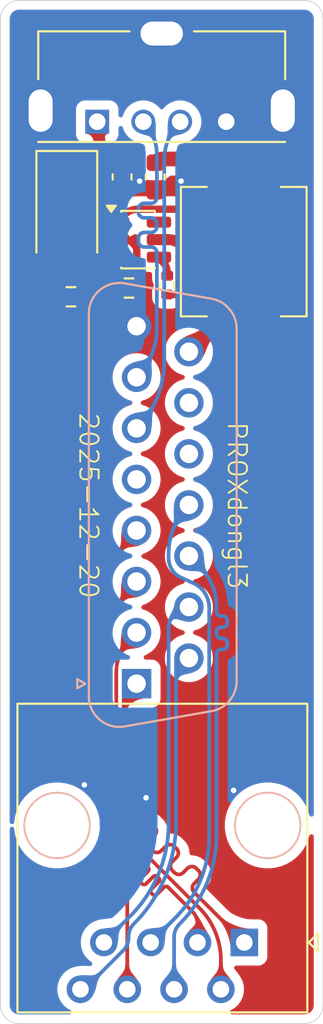
<source format=kicad_pcb>
(kicad_pcb
	(version 20241229)
	(generator "pcbnew")
	(generator_version "9.0")
	(general
		(thickness 1.6)
		(legacy_teardrops no)
	)
	(paper "A4")
	(layers
		(0 "F.Cu" signal)
		(2 "B.Cu" signal)
		(9 "F.Adhes" user "F.Adhesive")
		(11 "B.Adhes" user "B.Adhesive")
		(13 "F.Paste" user)
		(15 "B.Paste" user)
		(5 "F.SilkS" user "F.Silkscreen")
		(7 "B.SilkS" user "B.Silkscreen")
		(1 "F.Mask" user)
		(3 "B.Mask" user)
		(17 "Dwgs.User" user "User.Drawings")
		(19 "Cmts.User" user "User.Comments")
		(21 "Eco1.User" user "User.Eco1")
		(23 "Eco2.User" user "User.Eco2")
		(25 "Edge.Cuts" user)
		(27 "Margin" user)
		(31 "F.CrtYd" user "F.Courtyard")
		(29 "B.CrtYd" user "B.Courtyard")
		(35 "F.Fab" user)
		(33 "B.Fab" user)
		(39 "User.1" user)
		(41 "User.2" user)
		(43 "User.3" user)
		(45 "User.4" user)
	)
	(setup
		(pad_to_mask_clearance 0)
		(allow_soldermask_bridges_in_footprints no)
		(tenting front back)
		(pcbplotparams
			(layerselection 0x00000000_00000000_55555555_5755f5ff)
			(plot_on_all_layers_selection 0x00000000_00000000_00000000_00000000)
			(disableapertmacros no)
			(usegerberextensions yes)
			(usegerberattributes yes)
			(usegerberadvancedattributes yes)
			(creategerberjobfile yes)
			(dashed_line_dash_ratio 12.000000)
			(dashed_line_gap_ratio 3.000000)
			(svgprecision 4)
			(plotframeref no)
			(mode 1)
			(useauxorigin no)
			(hpglpennumber 1)
			(hpglpenspeed 20)
			(hpglpendiameter 15.000000)
			(pdf_front_fp_property_popups yes)
			(pdf_back_fp_property_popups yes)
			(pdf_metadata yes)
			(pdf_single_document no)
			(dxfpolygonmode yes)
			(dxfimperialunits yes)
			(dxfusepcbnewfont yes)
			(psnegative no)
			(psa4output no)
			(plot_black_and_white yes)
			(sketchpadsonfab no)
			(plotpadnumbers no)
			(hidednponfab no)
			(sketchdnponfab yes)
			(crossoutdnponfab yes)
			(subtractmaskfromsilk no)
			(outputformat 1)
			(mirror no)
			(drillshape 0)
			(scaleselection 1)
			(outputdirectory "out/")
		)
	)
	(net 0 "")
	(net 1 "unconnected-(J1-P14-Pad14)")
	(net 2 "/ETH_DC1+")
	(net 3 "/ETH_RX-")
	(net 4 "/ETH_TX+")
	(net 5 "/ETH_DC2+")
	(net 6 "/ETH_DC1-")
	(net 7 "unconnected-(J1-P13-Pad13)")
	(net 8 "/ETH_DC2-")
	(net 9 "/ETH_RX+")
	(net 10 "/ETH_TX-")
	(net 11 "unconnected-(J1-Pad5)")
	(net 12 "/USB_D-")
	(net 13 "/USB_D+")
	(net 14 "+3V3")
	(net 15 "GND")
	(net 16 "+5V")
	(net 17 "Net-(D1-A)")
	(net 18 "Net-(U1-FB)")
	(net 19 "unconnected-(U1-NC-Pad6)")
	(net 20 "Net-(U1-EN)")
	(footprint "Connector_USB:USB_A_Molex_105057_Vertical" (layer "F.Cu") (at 105.25 49.575))
	(footprint "Diode_SMD:D_SMA" (layer "F.Cu") (at 103.6 54.675 -90))
	(footprint "Package_TO_SOT_SMD:SOT-23-6" (layer "F.Cu") (at 107.4625 55.975))
	(footprint "Capacitor_SMD:C_0603_1608Metric" (layer "F.Cu") (at 106.6 52.575 -90))
	(footprint "Inductor_SMD:L_APV_APH0630" (layer "F.Cu") (at 113.2 56.625 90))
	(footprint "Resistor_SMD:R_0603_1608Metric" (layer "F.Cu") (at 106.975 58.6))
	(footprint "Resistor_SMD:R_0603_1608Metric" (layer "F.Cu") (at 103.825 59.075))
	(footprint "Capacitor_SMD:C_0603_1608Metric" (layer "F.Cu") (at 108.4 52.575 -90))
	(footprint "Resistor_SMD:R_0402_1005Metric" (layer "F.Cu") (at 109.05 58.44 90))
	(footprint "Connector_RJ:RJ45_OST_PJ012-8P8CX_Vertical" (layer "F.Cu") (at 113.23 94.1 180))
	(footprint "Connector_Dsub:DSUB-15_Socket_Vertical_P2.77x2.84mm" (layer "B.Cu") (at 107.385 80.06 -90))
	(gr_line
		(start 100 97.5)
		(end 100 44)
		(stroke
			(width 0.05)
			(type default)
		)
		(layer "Edge.Cuts")
		(uuid "0db6ce03-0979-466c-8d70-b73e485d4a8f")
	)
	(gr_line
		(start 117.5 44)
		(end 117.5 97.5)
		(stroke
			(width 0.05)
			(type default)
		)
		(layer "Edge.Cuts")
		(uuid "10be46f5-97dc-400b-ad24-0b8b87306653")
	)
	(gr_line
		(start 101 43)
		(end 116.5 43)
		(stroke
			(width 0.05)
			(type default)
		)
		(layer "Edge.Cuts")
		(uuid "413b3a9e-9bd9-4831-9365-cd63dbd28d7f")
	)
	(gr_arc
		(start 116.5 43)
		(mid 117.207107 43.292893)
		(end 117.5 44)
		(stroke
			(width 0.05)
			(type default)
		)
		(layer "Edge.Cuts")
		(uuid "52b734ef-74dd-43b6-888f-18443ecf54e3")
	)
	(gr_arc
		(start 101 98.5)
		(mid 100.292893 98.207107)
		(end 100 97.5)
		(stroke
			(width 0.05)
			(type default)
		)
		(layer "Edge.Cuts")
		(uuid "6a17951b-3130-4b4a-9fe8-2b07478bf2be")
	)
	(gr_line
		(start 116.5 98.5)
		(end 101 98.5)
		(stroke
			(width 0.05)
			(type default)
		)
		(layer "Edge.Cuts")
		(uuid "79c46bbb-04e4-4a4a-967a-27117ae08049")
	)
	(gr_arc
		(start 117.5 97.5)
		(mid 117.207107 98.207107)
		(end 116.5 98.5)
		(stroke
			(width 0.05)
			(type default)
		)
		(layer "Edge.Cuts")
		(uuid "dbd91a20-56fa-46cf-ba01-69e810d4c7e5")
	)
	(gr_arc
		(start 100 44)
		(mid 100.292893 43.292893)
		(end 101 43)
		(stroke
			(width 0.05)
			(type default)
		)
		(layer "Edge.Cuts")
		(uuid "f40b6dc1-c075-4afe-b6bc-38632a8e4915")
	)
	(gr_text "PROXdongl3\n\n\n\n\n2025-12-20"
		(at 104.2 70.4 270)
		(layer "F.SilkS")
		(uuid "ca6d681c-1b30-4157-b329-de577ee1e039")
		(effects
			(font
				(size 1 1)
				(thickness 0.1)
			)
			(justify bottom)
		)
	)
	(segment
		(start 109.42 93.811314)
		(end 109.42 96.64)
		(width 0.2)
		(layer "B.Cu")
		(net 2)
		(uuid "1b3a16c5-83c5-4082-963a-24f4bce5b034")
	)
	(segment
		(start 111.727 78.438473)
		(end 111.727 78.558473)
		(width 0.2)
		(layer "B.Cu")
		(net 2)
		(uuid "297592fe-a272-44fc-9e77-42cb25950c25")
	)
	(segment
		(start 112.307 77.838473)
		(end 112.307 77.958473)
		(width 0.2)
		(layer "B.Cu")
		(net 2)
		(uuid "3605a777-fcb1-4949-9d2b-4fed50311136")
	)
	(segment
		(start 110.225 73.135)
		(end 110.837673 73.747673)
		(width 0.2)
		(layer "B.Cu")
		(net 2)
		(uuid "42abc40d-b88e-4359-b3e2-d2fd62bc3daf")
	)
	(segment
		(start 111.967 76.398473)
		(end 112.067 76.398473)
		(width 0.2)
		(layer "B.Cu")
		(net 2)
		(uuid "4b6e64f8-ddf2-4ad7-88b5-f979a45e1a53")
	)
	(segment
		(start 111.727 78.611757)
		(end 111.727 79.948824)
		(width 0.2)
		(layer "B.Cu")
		(net 2)
		(uuid "58c9926b-6326-42e7-9dc0-12c851049de2")
	)
	(segment
		(start 111.727 78.558473)
		(end 111.727 78.611757)
		(width 0.2)
		(layer "B.Cu")
		(net 2)
		(uuid "83f4b8a8-9871-4188-8e2f-293062ac7c8a")
	)
	(segment
		(start 112.307 76.638473)
		(end 112.307 76.758473)
		(width 0.2)
		(layer "B.Cu")
		(net 2)
		(uuid "989da18c-164e-4312-b765-d0763e0d36c9")
	)
	(segment
		(start 112.067 76.998473)
		(end 111.967 76.998473)
		(width 0.2)
		(layer "B.Cu")
		(net 2)
		(uuid "aba83d00-45b9-415e-8971-df563c611b99")
	)
	(segment
		(start 111.727 79.948824)
		(end 111.727 88.241834)
		(width 0.2)
		(layer "B.Cu")
		(net 2)
		(uuid "b4f4a6aa-0c07-400b-8acd-30687c0c6f72")
	)
	(segment
		(start 112.067 78.198473)
		(end 111.967 78.198473)
		(width 0.2)
		(layer "B.Cu")
		(net 2)
		(uuid "c29c28f6-4ec4-47de-af13-a0590522dd89")
	)
	(segment
		(start 111.727005 75.894771)
		(end 111.727 76.158473)
		(width 0.2)
		(layer "B.Cu")
		(net 2)
		(uuid "cca05b71-5b5f-4256-ab52-cb01e3d64242")
	)
	(segment
		(start 111.727 77.238473)
		(end 111.727 77.358473)
		(width 0.2)
		(layer "B.Cu")
		(net 2)
		(uuid "e8f35f1c-5947-4153-b041-9d5f8b5d5ced")
	)
	(segment
		(start 111.967 77.598473)
		(end 112.067 77.598473)
		(width 0.2)
		(layer "B.Cu")
		(net 2)
		(uuid "eca8d92f-de7c-4ff4-8620-6832795d65d8")
	)
	(arc
		(start 111.727 88.241834)
		(mid 111.203571 90.873289)
		(end 109.712893 93.104207)
		(width 0.2)
		(layer "B.Cu")
		(net 2)
		(uuid "3d729d30-f11a-449e-8f5f-d25a15500890")
	)
	(arc
		(start 111.727 77.358473)
		(mid 111.797294 77.528179)
		(end 111.967 77.598473)
		(width 0.2)
		(layer "B.Cu")
		(net 2)
		(uuid "4889e938-fd7e-45f7-a438-fd58a02665ad")
	)
	(arc
		(start 111.967 76.998473)
		(mid 111.797294 77.068767)
		(end 111.727 77.238473)
		(width 0.2)
		(layer "B.Cu")
		(net 2)
		(uuid "840bed66-a729-458a-bb79-41114e5b1fc5")
	)
	(arc
		(start 112.307 77.958473)
		(mid 112.236706 78.128179)
		(end 112.067 78.198473)
		(width 0.2)
		(layer "B.Cu")
		(net 2)
		(uuid "88017b7f-2ce8-4096-b5fa-7d43e157a07b")
	)
	(arc
		(start 112.307 76.758473)
		(mid 112.236706 76.928179)
		(end 112.067 76.998473)
		(width 0.2)
		(layer "B.Cu")
		(net 2)
		(uuid "9785c371-2f24-469e-8504-4a7247b09219")
	)
	(arc
		(start 111.727 76.158473)
		(mid 111.797294 76.328179)
		(end 111.967 76.398473)
		(width 0.2)
		(layer "B.Cu")
		(net 2)
		(uuid "a609964b-d264-4d9f-b12b-08cc4a699a63")
	)
	(arc
		(start 112.067 76.398473)
		(mid 112.236706 76.468767)
		(end 112.307 76.638473)
		(width 0.2)
		(layer "B.Cu")
		(net 2)
		(uuid "ac1d85bb-f59a-4dfc-941c-ef6392377f83")
	)
	(arc
		(start 109.712893 93.104207)
		(mid 109.49612 93.428631)
		(end 109.42 93.811314)
		(width 0.2)
		(layer "B.Cu")
		(net 2)
		(uuid "d6ee7632-5b2a-4cfb-b595-83b645ff3a0f")
	)
	(arc
		(start 110.837673 73.747673)
		(mid 111.495887 74.73277)
		(end 111.727005 75.894771)
		(width 0.2)
		(layer "B.Cu")
		(net 2)
		(uuid "d77a85b3-60db-4da9-b72d-3bba58386af8")
	)
	(arc
		(start 112.067 77.598473)
		(mid 112.236706 77.668767)
		(end 112.307 77.838473)
		(width 0.2)
		(layer "B.Cu")
		(net 2)
		(uuid "db339cf9-2624-410e-9cdf-a3c53cbe6b3f")
	)
	(arc
		(start 111.967 78.198473)
		(mid 111.797294 78.268767)
		(end 111.727 78.438473)
		(width 0.2)
		(layer "B.Cu")
		(net 2)
		(uuid "e60421ae-9944-4ba1-b5d8-dc864b2c1861")
	)
	(segment
		(start 106.88 96.64)
		(end 106.88 91.014127)
		(width 0.2)
		(layer "F.Cu")
		(net 3)
		(uuid "35e5ba2f-7fd0-48ff-93b1-eae833a0d61e")
	)
	(segment
		(start 105.482 87.639086)
		(end 105.482 76.344198)
		(width 0.2)
		(layer "F.Cu")
		(net 3)
		(uuid "60b35e78-4833-4263-92c3-97eb2a95da3d")
	)
	(arc
		(start 105.774893 88.346193)
		(mid 106.592798 89.570264)
		(end 106.88 91.014127)
		(width 0.2)
		(layer "F.Cu")
		(net 3)
		(uuid "19e1288e-cd7a-4cfe-953d-6947053902e2")
	)
	(arc
		(start 107.385 71.75)
		(mid 105.976563 73.857856)
		(end 105.482 76.344198)
		(width 0.2)
		(layer "F.Cu")
		(net 3)
		(uuid "9c5fc30d-d7ed-4b8a-bacb-26097bee2dee")
	)
	(arc
		(start 105.774893 88.346193)
		(mid 105.55812 88.02177)
		(end 105.482 87.639086)
		(width 0.2)
		(layer "F.Cu")
		(net 3)
		(uuid "d51b8968-c8e4-42c4-9a1a-bfffcced0d88")
	)
	(segment
		(start 106.685 80.76)
		(end 106.685 87.140786)
		(width 0.2)
		(layer "F.Cu")
		(net 4)
		(uuid "213cc9bc-96a1-4c17-8f5c-ccd93a116c65")
	)
	(segment
		(start 108.728115 89.12294)
		(end 108.960045 88.891007)
		(width 0.2)
		(layer "F.Cu")
		(net 4)
		(uuid "24ac8024-d204-4326-b00b-005f6abc51fc")
	)
	(segment
		(start 110.62316 90.078947)
		(end 110.741953 90.19774)
		(width 0.2)
		(layer "F.Cu")
		(net 4)
		(uuid "33be4c92-56f3-41eb-816b-15f32d9d77e2")
	)
	(segment
		(start 107.385 80.06)
		(end 106.685 80.76)
		(width 0.2)
		(layer "F.Cu")
		(net 4)
		(uuid "34c1f55e-d59e-4312-a4ac-b692196311fb")
	)
	(segment
		(start 110.741953 90.672916)
		(end 110.51002 90.904846)
		(width 0.2)
		(layer "F.Cu")
		(net 4)
		(uuid "5422b261-37a7-4aa3-8ee2-9fe0f509da50")
	)
	(segment
		(start 107.385 80.06)
		(end 106.977893 80.467107)
		(width 0.2)
		(layer "F.Cu")
		(net 4)
		(uuid "6c1f7510-deab-4342-9ffa-c055c23b178e")
	)
	(segment
		(start 107.540176 87.935001)
		(end 107.772106 87.703068)
		(width 0.2)
		(layer "F.Cu")
		(net 4)
		(uuid "84b38016-7cc8-4fa3-8b7d-a5b057c522ba")
	)
	(segment
		(start 109.554014 89.484977)
		(end 109.322081 89.716907)
		(width 0.2)
		(layer "F.Cu")
		(net 4)
		(uuid "9ac48fe6-f7b1-44c0-98a7-4e04da66844b")
	)
	(segment
		(start 109.916054 90.310879)
		(end 110.147984 90.078946)
		(width 0.2)
		(layer "F.Cu")
		(net 4)
		(uuid "a2574c8e-f60c-47dc-ba1e-fdeaf4826972")
	)
	(segment
		(start 110.628817 91.498817)
		(end 111.065 91.935)
		(width 0.2)
		(layer "F.Cu")
		(net 4)
		(uuid "ab11df4e-0c3b-49e5-b3ae-859f74f2b246")
	)
	(segment
		(start 109.435221 88.891008)
		(end 109.554014 89.009801)
		(width 0.2)
		(layer "F.Cu")
		(net 4)
		(uuid "b6312bb9-ecae-4f9e-96e4-326e5c0f01a1")
	)
	(segment
		(start 109.322082 90.192083)
		(end 109.440878 90.310878)
		(width 0.2)
		(layer "F.Cu")
		(net 4)
		(uuid "b73de118-aa28-480d-b46e-9d60e59735a8")
	)
	(segment
		(start 108.366075 88.297038)
		(end 108.134142 88.528968)
		(width 0.2)
		(layer "F.Cu")
		(net 4)
		(uuid "bca99180-b19e-4329-afac-060f59b785f4")
	)
	(segment
		(start 111.065 91.935)
		(end 113.23 94.1)
		(width 0.2)
		(layer "F.Cu")
		(net 4)
		(uuid "d2aaabad-c98a-45ae-96f4-1a8bd2222fa4")
	)
	(segment
		(start 108.247282 87.703069)
		(end 108.366075 87.821862)
		(width 0.2)
		(layer "F.Cu")
		(net 4)
		(uuid "dfb03752-e664-48a2-9d08-a7133c0f8063")
	)
	(segment
		(start 110.510021 91.380022)
		(end 110.628817 91.498817)
		(width 0.2)
		(layer "F.Cu")
		(net 4)
		(uuid "e06b253f-14fb-4dc8-9851-561d427c4427")
	)
	(segment
		(start 106.977893 87.847893)
		(end 107.065 87.935)
		(width 0.2)
		(layer "F.Cu")
		(net 4)
		(uuid "e20394a6-36ba-478e-8529-2641863adfaf")
	)
	(segment
		(start 108.134143 89.004144)
		(end 108.252939 89.122939)
		(width 0.2)
		(layer "F.Cu")
		(net 4)
		(uuid "e7e0aa8a-e407-46af-a998-0e98ace99086")
	)
	(arc
		(start 108.134142 88.528968)
		(mid 108.035731 88.766556)
		(end 108.134143 89.004144)
		(width 0.2)
		(layer "F.Cu")
		(net 4)
		(uuid "233b63ef-0432-464d-be60-e0fff5d13ac2")
	)
	(arc
		(start 110.51002 90.904846)
		(mid 110.411609 91.142434)
		(end 110.510021 91.380022)
		(width 0.2)
		(layer "F.Cu")
		(net 4)
		(uuid "3f33e3bc-9f81-4a07-86d5-c2781531a87b")
	)
	(arc
		(start 109.440878 90.310878)
		(mid 109.678467 90.40929)
		(end 109.916054 90.310879)
		(width 0.2)
		(layer "F.Cu")
		(net 4)
		(uuid "443a3d4a-6585-4196-a40e-7041425c4eac")
	)
	(arc
		(start 110.147984 90.078946)
		(mid 110.385572 89.980535)
		(end 110.62316 90.078947)
		(width 0.2)
		(layer "F.Cu")
		(net 4)
		(uuid "450e2d8f-0dd2-42b4-8f9f-39d4c2ccd201")
	)
	(arc
		(start 110.741953 90.19774)
		(mid 110.840365 90.435328)
		(end 110.741953 90.672916)
		(width 0.2)
		(layer "F.Cu")
		(net 4)
		(uuid "4e2764a4-0acf-4e47-855b-0e09e4b064ac")
	)
	(arc
		(start 107.065 87.935)
		(mid 107.302589 88.033412)
		(end 107.540176 87.935001)
		(width 0.2)
		(layer "F.Cu")
		(net 4)
		(uuid "617fa0de-ebb0-436c-8263-15595d60ef9c")
	)
	(arc
		(start 108.366075 87.821862)
		(mid 108.464487 88.05945)
		(end 108.366075 88.297038)
		(width 0.2)
		(layer "F.Cu")
		(net 4)
		(uuid "75f31041-05b3-4f77-bf21-c5469b3b3203")
	)
	(arc
		(start 108.252939 89.122939)
		(mid 108.490528 89.221351)
		(end 108.728115 89.12294)
		(width 0.2)
		(layer "F.Cu")
		(net 4)
		(uuid "8f790694-a398-4b1e-bb57-b582fb2543be")
	)
	(arc
		(start 107.772106 87.703068)
		(mid 108.009694 87.604657)
		(end 108.247282 87.703069)
		(width 0.2)
		(layer "F.Cu")
		(net 4)
		(uuid "a951adfe-5ee2-47da-a8db-acf76f9336c4")
	)
	(arc
		(start 109.554014 89.009801)
		(mid 109.652426 89.247389)
		(end 109.554014 89.484977)
		(width 0.2)
		(layer "F.Cu")
		(net 4)
		(uuid "cac28868-16bc-44b8-8510-56e0c858b8a5")
	)
	(arc
		(start 106.685 87.140786)
		(mid 106.76112 87.52347)
		(end 106.977893 87.847893)
		(width 0.2)
		(layer "F.Cu")
		(net 4)
		(uuid "d50a074b-b3dd-4558-8c40-85b226028dcd")
	)
	(arc
		(start 109.322081 89.716907)
		(mid 109.22367 89.954495)
		(end 109.322082 90.192083)
		(width 0.2)
		(layer "F.Cu")
		(net 4)
		(uuid "dc2f670d-15ea-4477-9882-6c8a74a5d2f3")
	)
	(arc
		(start 108.960045 88.891007)
		(mid 109.197633 88.792596)
		(end 109.435221 88.891008)
		(width 0.2)
		(layer "F.Cu")
		(net 4)
		(uuid "e16beaad-139b-4905-8a28-40e8a90511db")
	)
	(segment
		(start 111.326 75.937102)
		(end 111.326 88.341275)
		(width 0.2)
		(layer "B.Cu")
		(net 5)
		(uuid "2e521ab4-1c9c-4f82-8744-e8f74b45f502")
	)
	(segment
		(start 109.4997 92.750316)
		(end 108.15 94.1)
		(width 0.2)
		(layer "B.Cu")
		(net 5)
		(uuid "50323dfe-b2cd-4ed8-8839-87d366f75576")
	)
	(segment
		(start 109.123999 73.094481)
		(end 109.123997 73.24715)
		(width 0.2)
		(layer "B.Cu")
		(net 5)
		(uuid "573d0532-267c-4c64-81f2-82efa49f1e11")
	)
	(segment
		(start 109.124 73.050762)
		(end 109.123999 73.094481)
		(width 0.2)
		(layer "B.Cu")
		(net 5)
		(uuid "83aac324-fece-4496-8203-5c602cf4d72f")
	)
	(segment
		(start 109.124 73.022931)
		(end 109.124 73.050762)
		(width 0.2)
		(layer "B.Cu")
		(net 5)
		(uuid "b55e6cf2-afd1-4de7-8e61-c1b98395f5a3")
	)
	(segment
		(start 109.80946 74.311291)
		(end 110.472761 74.612516)
		(width 0.2)
		(layer "B.Cu")
		(net 5)
		(uuid "e3ce3b94-346f-4702-a787-4bad6a18c179")
	)
	(arc
		(start 109.123997 73.24715)
		(mid 109.310191 73.880054)
		(end 109.80946 74.311291)
		(width 0.2)
		(layer "B.Cu")
		(net 5)
		(uuid "29764fa2-a997-4704-9206-466832b26de4")
	)
	(arc
		(start 110.225 70.365)
		(mid 109.410133 71.584481)
		(end 109.124 73.022931)
		(width 0.2)
		(layer "B.Cu")
		(net 5)
		(uuid "524331c2-a955-4a25-93ad-45d61e2ba38d")
	)
	(arc
		(start 111.326 88.341275)
		(mid 110.85136 90.727434)
		(end 109.4997 92.750316)
		(width 0.2)
		(layer "B.Cu")
		(net 5)
		(uuid "95ff44f7-af53-4de6-a56f-ea9300a9a3de")
	)
	(arc
		(start 111.326 75.937102)
		(mid 111.094227 75.149297)
		(end 110.472761 74.612516)
		(width 0.2)
		(layer "B.Cu")
		(net 5)
		(uuid "e8685c65-5f2e-4be2-a160-a7a6580df01f")
	)
	(segment
		(start 109.416893 76.333107)
		(end 109.845 75.905)
		(width 0.2)
		(layer "B.Cu")
		(net 6)
		(uuid "19de6717-dd66-4f55-9b1f-ed5f070abbb0")
	)
	(segment
		(start 109.124 87.641773)
		(end 109.124 77.040214)
		(width 0.2)
		(layer "B.Cu")
		(net 6)
		(uuid "7ef2c0a7-1daf-4709-ba47-40c201c5c4ee")
	)
	(segment
		(start 109.845 75.905)
		(end 110.225 75.905)
		(width 0.2)
		(layer "B.Cu")
		(net 6)
		(uuid "7ff693eb-e5e6-4b1c-9b05-4bb976a10db3")
	)
	(segment
		(start 105.61 94.1)
		(end 107.042033 92.668001)
		(width 0.2)
		(layer "B.Cu")
		(net 6)
		(uuid "947dcb75-2a58-4d01-91e3-4a251669c49b")
	)
	(segment
		(start 105.61 94.1)
		(end 105.5 93.99)
		(width 0.2)
		(layer "B.Cu")
		(net 6)
		(uuid "ee570994-3e94-4237-bd5c-cfcc1aedb572")
	)
	(arc
		(start 107.042033 92.668001)
		(mid 108.582913 90.361955)
		(end 109.124 87.641773)
		(width 0.2)
		(layer "B.Cu")
		(net 6)
		(uuid "9367f155-3e0b-4ef1-95e0-d75e8f9bf54c")
	)
	(arc
		(start 109.416893 76.333107)
		(mid 109.20012 76.65753)
		(end 109.124 77.040214)
		(width 0.2)
		(layer "B.Cu")
		(net 6)
		(uuid "ac278524-a01d-4232-8144-d0e3b99e6d94")
	)
	(segment
		(start 106.953893 93.828232)
		(end 106.953893 93.785982)
		(width 0.2)
		(layer "B.Cu")
		(net 8)
		(uuid "6010f089-3123-43db-a364-fbc262c45f34")
	)
	(segment
		(start 109.525 87.578835)
		(end 109.525 79.789214)
		(width 0.2)
		(layer "B.Cu")
		(net 8)
		(uuid "7e9e76bf-d0c5-4b76-b851-d7129937c28e")
	)
	(segment
		(start 104.556339 96.64)
		(end 106.661 94.535339)
		(width 0.2)
		(layer "B.Cu")
		(net 8)
		(uuid "95ee3c68-50d0-449d-b1c1-bdd40f4b71cc")
	)
	(segment
		(start 104.34 96.64)
		(end 104.556339 96.64)
		(width 0.2)
		(layer "B.Cu")
		(net 8)
		(uuid "b41c45bb-3840-4329-873b-0826724ca19c")
	)
	(segment
		(start 109.817893 79.082107)
		(end 110.225 78.675)
		(width 0.2)
		(layer "B.Cu")
		(net 8)
		(uuid "ee68e164-ca41-4506-92ea-0620134d969e")
	)
	(arc
		(start 109.525 79.789214)
		(mid 109.60112 79.406531)
		(end 109.817893 79.082107)
		(width 0.2)
		(layer "B.Cu")
		(net 8)
		(uuid "601c0325-34fd-4107-8982-98e1646ff6bb")
	)
	(arc
		(start 106.953893 93.785982)
		(mid 107.030013 93.403299)
		(end 107.246786 93.078875)
		(width 0.2)
		(layer "B.Cu")
		(net 8)
		(uuid "6cbdcb56-97f5-4eb9-bec7-9c4b1ad8ab0a")
	)
	(arc
		(start 106.661 94.535339)
		(mid 106.877773 94.210916)
		(end 106.953893 93.828232)
		(width 0.2)
		(layer "B.Cu")
		(net 8)
		(uuid "cdf8a814-f6e8-4848-b587-18abdfccfa59")
	)
	(arc
		(start 107.246786 93.078875)
		(mid 108.932921 90.555415)
		(end 109.525 87.578835)
		(width 0.2)
		(layer "B.Cu")
		(net 8)
		(uuid "eb7a141a-7c25-4cc6-b7e6-d884c399ce57")
	)
	(segment
		(start 109.162381 91.166581)
		(end 109.3279 91.3321)
		(width 0.2)
		(layer "F.Cu")
		(net 9)
		(uuid "15b411c7-ffbd-4ead-bf58-f9f9c6b35cb2")
	)
	(segment
		(start 109.104397 91.108597)
		(end 109.162381 91.166581)
		(width 0.2)
		(layer "F.Cu")
		(net 9)
		(uuid "2762318f-2d42-4a0d-9577-aa34abcf0d1c")
	)
	(segment
		(start 108.002727 90.238858)
		(end 107.619475 90.622109)
		(width 0.2)
		(layer "F.Cu")
		(net 9)
		(uuid "287071ee-1ee2-499c-a9ce-f8ecf42d3b0b")
	)
	(segment
		(start 107.4229 89.659031)
		(end 107.216424 89.865506)
		(width 0.2)
		(layer "F.Cu")
		(net 9)
		(uuid "29a7ed2f-8e4f-4cb7-82c9-1b82aa07d29c")
	)
	(segment
		(start 108.199302 91.433867)
		(end 108.257284 91.491849)
		(width 0.2)
		(layer "F.Cu")
		(net 9)
		(uuid "2bc0a353-443d-4045-92f7-8008b44d6876")
	)
	(segment
		(start 107.216424 90.097437)
		(end 107.274406 90.155419)
		(width 0.2)
		(layer "F.Cu")
		(net 9)
		(uuid "3bd8a843-541f-49a2-80ce-54e5adec7582")
	)
	(segment
		(start 109.3279 91.3321)
		(end 110.281037 92.285237)
		(width 0.2)
		(layer "F.Cu")
		(net 9)
		(uuid "3ff0c178-d559-4453-b347-324ac0c71169")
	)
	(segment
		(start 110.281037 92.285237)
		(end 110.397107 92.401307)
		(width 0.2)
		(layer "F.Cu")
		(net 9)
		(uuid "870a4c3e-3467-4d7d-899e-2fa5d5e145dc")
	)
	(segment
		(start 107.944743 89.948943)
		(end 108.002727 90.006927)
		(width 0.2)
		(layer "F.Cu")
		(net 9)
		(uuid "9c62ffd7-2d59-4831-8a10-0b34bb66b7f3")
	)
	(segment
		(start 107.506337 90.155419)
		(end 107.712812 89.948943)
		(width 0.2)
		(layer "F.Cu")
		(net 9)
		(uuid "a5c6f3b1-9b78-483d-a59a-da4a82b89d2b")
	)
	(segment
		(start 107.909388 90.912022)
		(end 108.292639 90.52877)
		(width 0.2)
		(layer "F.Cu")
		(net 9)
		(uuid "a8239e8f-f4ad-4bcd-a685-40b24630076d")
	)
	(segment
		(start 108.582554 90.818685)
		(end 108.199302 91.201936)
		(width 0.2)
		(layer "F.Cu")
		(net 9)
		(uuid "ae2a428f-6241-4267-938d-dc7b1785dbab")
	)
	(segment
		(start 107.619475 90.85404)
		(end 107.677457 90.912022)
		(width 0.2)
		(layer "F.Cu")
		(net 9)
		(uuid "bd542de6-00d6-4569-a8a8-7b814e5434c0")
	)
	(segment
		(start 105.883 78.146129)
		(end 105.883 87.472986)
		(width 0.2)
		(layer "F.Cu")
		(net 9)
		(uuid "bdcc6913-de0c-47e8-80af-b18b6df31a33")
	)
	(segment
		(start 108.52457 90.52877)
		(end 108.582554 90.586754)
		(width 0.2)
		(layer "F.Cu")
		(net 9)
		(uuid "cbb60cd9-50b4-4299-b5a3-262396cc7801")
	)
	(segment
		(start 106.175893 88.180093)
		(end 107.4229 89.4271)
		(width 0.2)
		(layer "F.Cu")
		(net 9)
		(uuid "dc2eb85c-2011-497b-9c1a-e9375e89c281")
	)
	(segment
		(start 108.489215 91.491849)
		(end 108.872466 91.108597)
		(width 0.2)
		(layer "F.Cu")
		(net 9)
		(uuid "f106b01f-947e-4b6d-b921-7b6d67ddc96c")
	)
	(segment
		(start 110.69 93.108414)
		(end 110.69 94.1)
		(width 0.2)
		(layer "F.Cu")
		(net 9)
		(uuid "fadf9c9d-be21-45c6-bd28-ba31471b182e")
	)
	(arc
		(start 107.677457 90.912022)
		(mid 107.793423 90.960056)
		(end 107.909388 90.912022)
		(width 0.2)
		(layer "F.Cu")
		(net 9)
		(uuid "0044d40f-1336-4018-897f-f767c31ef9ee")
	)
	(arc
		(start 110.397107 92.401307)
		(mid 110.61388 92.725731)
		(end 110.69 93.108414)
		(width 0.2)
		(layer "F.Cu")
		(net 9)
		(uuid "08a9e97a-790d-4c1c-9c02-8911175f24f6")
	)
	(arc
		(start 105.883 87.472986)
		(mid 105.95912 87.855669)
		(end 106.175893 88.180093)
		(width 0.2)
		(layer "F.Cu")
		(net 9)
		(uuid "132eb2b6-7af8-45e0-ad5e-0a1ba96503ff")
	)
	(arc
		(start 108.199302 91.201936)
		(mid 108.151268 91.317901)
		(end 108.199302 91.433867)
		(width 0.2)
		(layer "F.Cu")
		(net 9)
		(uuid "2908833b-4ba6-4279-91a0-8e3768d41ad8")
	)
	(arc
		(start 107.4229 89.4271)
		(mid 107.470934 89.543066)
		(end 107.4229 89.659031)
		(width 0.2)
		(layer "F.Cu")
		(net 9)
		(uuid "3d1a5c3b-9c1c-4ff9-b509-0cd7ba345534")
	)
	(arc
		(start 108.002727 90.006927)
		(mid 108.050761 90.122893)
		(end 108.002727 90.238858)
		(width 0.2)
		(layer "F.Cu")
		(net 9)
		(uuid "43d0c6e6-db7b-45ce-b80a-75e47fc99d11")
	)
	(arc
		(start 107.619475 90.622109)
		(mid 107.571441 90.738074)
		(end 107.619475 90.85404)
		(width 0.2)
		(layer "F.Cu")
		(net 9)
		(uuid "450ede13-fc08-433a-a879-90ba3cb3c275")
	)
	(arc
		(start 107.712812 89.948943)
		(mid 107.828777 89.900909)
		(end 107.944743 89.948943)
		(width 0.2)
		(layer "F.Cu")
		(net 9)
		(uuid "559183c8-82a1-498e-9f0c-0c279546951a")
	)
	(arc
		(start 108.292639 90.52877)
		(mid 108.408604 90.480736)
		(end 108.52457 90.52877)
		(width 0.2)
		(layer "F.Cu")
		(net 9)
		(uuid "6c24ef7f-7479-488d-81ee-eaa183b09299")
	)
	(arc
		(start 108.582554 90.586754)
		(mid 108.630588 90.70272)
		(end 108.582554 90.818685)
		(width 0.2)
		(layer "F.Cu")
		(net 9)
		(uuid "a09cebd6-3518-47f7-8983-a19fb2e66433")
	)
	(arc
		(start 107.274406 90.155419)
		(mid 107.390372 90.203453)
		(end 107.506337 90.155419)
		(width 0.2)
		(layer "F.Cu")
		(net 9)
		(uuid "a2dcb139-68dc-48c9-8390-fa2135db1e40")
	)
	(arc
		(start 107.216424 89.865506)
		(mid 107.16839 89.981471)
		(end 107.216424 90.097437)
		(width 0.2)
		(layer "F.Cu")
		(net 9)
		(uuid "ad7c87b6-7075-4132-a3b8-14a1b031aa08")
	)
	(arc
		(start 107.385 74.52)
		(mid 106.273353 76.18369)
		(end 105.883 78.146129)
		(width 0.2)
		(layer "F.Cu")
		(net 9)
		(uuid "b7972300-392c-4a71-beb6-4c9b3c4b1973")
	)
	(arc
		(start 108.872466 91.108597)
		(mid 108.988431 91.060563)
		(end 109.104397 91.108597)
		(width 0.2)
		(layer "F.Cu")
		(net 9)
		(uuid "ea0192bc-0949-40f4-aa03-732e56c585c8")
	)
	(arc
		(start 108.257284 91.491849)
		(mid 108.37325 91.539883)
		(end 108.489215 91.491849)
		(width 0.2)
		(layer "F.Cu")
		(net 9)
		(uuid "ffa78e4a-9ea6-435a-ba81-a0d93d71d9c7")
	)
	(segment
		(start 111.96 96.64)
		(end 111.96 95.064265)
		(width 0.2)
		(layer "F.Cu")
		(net 10)
		(uuid "1e072b2f-a021-4d03-b679-d9ccb33c45ac")
	)
	(segment
		(start 110.781137 92.218237)
		(end 106.576893 88.013993)
		(width 0.2)
		(layer "F.Cu")
		(net 10)
		(uuid "2ced86cf-7653-41f5-805b-b58d44cbf522")
	)
	(segment
		(start 107.037789 77.637211)
		(end 107.385 77.29)
		(width 0.2)
		(layer "F.Cu")
		(net 10)
		(uuid "54d048d0-6021-4565-a7d5-639d167c4ae7")
	)
	(segment
		(start 106.284 87.306886)
		(end 106.284 79.457019)
		(width 0.2)
		(layer "F.Cu")
		(net 10)
		(uuid "712ae5f0-9554-4cfe-b6b0-42cb67fcdea8")
	)
	(arc
		(start 106.576893 88.013993)
		(mid 106.36012 87.68957)
		(end 106.284 87.306886)
		(width 0.2)
		(layer "F.Cu")
		(net 10)
		(uuid "0907e4d0-264d-4934-9588-116a623b2293")
	)
	(arc
		(start 107.037789 77.637211)
		(mid 106.479903 78.472146)
		(end 106.284 79.457019)
		(width 0.2)
		(layer "F.Cu")
		(net 10)
		(uuid "6fbe9976-3140-4f1f-b030-d3810ef537c8")
	)
	(arc
		(start 111.96 95.064265)
		(mid 111.653623 93.524006)
		(end 110.781137 92.218237)
		(width 0.2)
		(layer "F.Cu")
		(net 10)
		(uuid "c8e3aab4-fd21-4b27-8658-33ac568c0160")
	)
	(segment
		(start 108.486 56.689154)
		(end 108.486 56.847154)
		(width 0.2)
		(layer "B.Cu")
		(net 12)
		(uuid "23496db4-f28d-4bb6-b3aa-9472dd5585a4")
	)
	(segment
		(start 107.486 54.319154)
		(end 107.486 54.477154)
		(width 0.2)
		(layer "B.Cu")
		(net 12)
		(uuid "28aa498c-cb3f-438a-87f5-cb121be52b02")
	)
	(segment
		(start 108.486 57.386457)
		(end 108.486 60.686014)
		(width 0.2)
		(layer "B.Cu")
		(net 12)
		(uuid "4d5bcb86-66a0-4fec-ae6b-8ac09eda99f6")
	)
	(segment
		(start 107.802 56.373154)
		(end 108.17 56.373154)
		(width 0.2)
		(layer "B.Cu")
		(net 12)
		(uuid "51d1a17f-6a27-45e0-93fa-ef82105b840e")
	)
	(segment
		(start 108.486 56.847154)
		(end 108.486 57.386457)
		(width 0.2)
		(layer "B.Cu")
		(net 12)
		(uuid "6776eea8-7121-453a-b195-79c66e4fbad6")
	)
	(segment
		(start 108.17 54.003154)
		(end 107.802 54.003154)
		(width 0.2)
		(layer "B.Cu")
		(net 12)
		(uuid "6fa97fdf-6848-4b29-8e40-0bc59ab0ac6c")
	)
	(segment
		(start 107.486 55.899154)
		(end 107.486 56.057154)
		(width 0.2)
		(layer "B.Cu")
		(net 12)
		(uuid "79bf253b-746c-4e9e-97e2-c9ec8db90d05")
	)
	(segment
		(start 108.17 55.583154)
		(end 107.802 55.583154)
		(width 0.2)
		(layer "B.Cu")
		(net 12)
		(uuid "9bb884ef-eb84-434c-9154-8c64cbfaa4b5")
	)
	(segment
		(start 108.486 51.351842)
		(end 108.486 51.796628)
		(width 0.2)
		(layer "B.Cu")
		(net 12)
		(uuid "a056054f-0ff4-4d10-9ad0-0c46fb4a43b0")
	)
	(segment
		(start 108.486 55.109154)
		(end 108.486 55.267154)
		(width 0.2)
		(layer "B.Cu")
		(net 12)
		(uuid "a0acfa86-4f28-451c-a60a-65e158d40758")
	)
	(segment
		(start 108.486 51.796628)
		(end 108.486 53.687154)
		(width 0.2)
		(layer "B.Cu")
		(net 12)
		(uuid "a7c53928-9160-4ccf-a69d-72c0a2ffd7bb")
	)
	(segment
		(start 107.802 54.793154)
		(end 108.17 54.793154)
		(width 0.2)
		(layer "B.Cu")
		(net 12)
		(uuid "aa6501c4-0df3-4c8f-928c-f468a425602e")
	)
	(segment
		(start 108.486 60.686014)
		(end 108.486 60.781945)
		(width 0.2)
		(layer "B.Cu")
		(net 12)
		(uuid "de40dec4-d312-4bb8-a952-b8a211f5c4f1")
	)
	(arc
		(start 108.17 56.373154)
		(mid 108.393446 56.465708)
		(end 108.486 56.689154)
		(width 0.2)
		(layer "B.Cu")
		(net 12)
		(uuid "20047fae-f7a1-48f4-80fe-b6118b19fdf2")
	)
	(arc
		(start 107.486 56.057154)
		(mid 107.578554 56.2806)
		(end 107.802 56.373154)
		(width 0.2)
		(layer "B.Cu")
		(net 12)
		(uuid "3568e6d4-e156-4087-a58b-41e93f3b3b74")
	)
	(arc
		(start 108.486 55.267154)
		(mid 108.393446 55.4906)
		(end 108.17 55.583154)
		(width 0.2)
		(layer "B.Cu")
		(net 12)
		(uuid "50457c9f-9802-44ae-9488-3300295b0ac3")
	)
	(arc
		(start 107.75 49.575)
		(mid 108.294723 50.390229)
		(end 108.486 51.351842)
		(width 0.2)
		(layer "B.Cu")
		(net 12)
		(uuid "6af29a37-9ac1-4f81-b724-5df1471d1403")
	)
	(arc
		(start 107.802 54.003154)
		(mid 107.578554 54.095708)
		(end 107.486 54.319154)
		(width 0.2)
		(layer "B.Cu")
		(net 12)
		(uuid "791cb95d-5b16-48dc-a8bf-9a9ddad8a0db")
	)
	(arc
		(start 107.486 54.477154)
		(mid 107.578554 54.7006)
		(end 107.802 54.793154)
		(width 0.2)
		(layer "B.Cu")
		(net 12)
		(uuid "c91457fc-7ef3-4b65-bf6b-9965a9aa412e")
	)
	(arc
		(start 108.17 54.793154)
		(mid 108.393446 54.885708)
		(end 108.486 55.109154)
		(width 0.2)
		(layer "B.Cu")
		(net 12)
		(uuid "dc525829-3397-43c6-85dd-58877e93747e")
	)
	(arc
		(start 108.486 53.687154)
		(mid 108.393446 53.9106)
		(end 108.17 54.003154)
		(width 0.2)
		(layer "B.Cu")
		(net 12)
		(uuid "e022a7e5-e933-467a-b20d-fc1177adec34")
	)
	(arc
		(start 108.486 60.781945)
		(mid 108.199858 62.220476)
		(end 107.385 63.44)
		(width 0.2)
		(layer "B.Cu")
		(net 12)
		(uuid "e645ea2f-98ab-4587-aa11-18728556de01")
	)
	(arc
		(start 107.802 55.583154)
		(mid 107.578554 55.675708)
		(end 107.486 55.899154)
		(width 0.2)
		(layer "B.Cu")
		(net 12)
		(uuid "e9adca7c-b2c0-40e5-a3e1-94bd1cd879a0")
	)
	(segment
		(start 108.887 51.658474)
		(end 108.887 62.583871)
		(width 0.2)
		(layer "B.Cu")
		(net 13)
		(uuid "bda663fa-58e7-44bf-954b-314e59c1a180")
	)
	(arc
		(start 109.75 49.575)
		(mid 109.111288 50.530903)
		(end 108.887 51.658474)
		(width 0.2)
		(layer "B.Cu")
		(net 13)
		(uuid "4ff6a839-319f-4996-91ee-d45cb3613d47")
	)
	(arc
		(start 107.385 66.21)
		(mid 108.496646 64.546311)
		(end 108.887 62.583871)
		(width 0.2)
		(layer "B.Cu")
		(net 13)
		(uuid "8655bb6f-9eb8-44d4-8c09-6e0886ab5343")
	)
	(segment
		(start 112.5 58.95)
		(end 113.2 59.65)
		(width 0.4)
		(layer "F.Cu")
		(net 14)
		(uuid "03a7baca-fb06-46d5-9541-3a7006d57e8e")
	)
	(segment
		(start 108.4 51.8)
		(end 108.453554 51.746446)
		(width 0.8)
		(layer "F.Cu")
		(net 14)
		(uuid "215d76d8-0bbb-431d-a32c-7cb72e611584")
	)
	(segment
		(start 116 53.20751)
		(end 116 56.435786)
		(width 0.8)
		(layer "F.Cu")
		(net 14)
		(uuid "899da1bb-2f70-490c-b992-1360c90df61e")
	)
	(segment
		(start 108.807107 51.6)
		(end 114.253898 51.6)
		(width 0.8)
		(layer "F.Cu")
		(net 14)
		(uuid "99f23c71-af05-470a-a04e-95d138af65bb")
	)
	(segment
		(start 112.337107 59.942893)
		(end 110.225 62.055)
		(width 0.8)
		(layer "F.Cu")
		(net 14)
		(uuid "9aff0897-5941-4421-9253-14f408856991")
	)
	(segment
		(start 109.05 58.95)
		(end 112.5 58.95)
		(width 0.4)
		(layer "F.Cu")
		(net 14)
		(uuid "b2f7f2ba-ed2d-47fa-9d0a-acc62d63c787")
	)
	(segment
		(start 108.6 55.975)
		(end 109.110786 55.975)
		(width 0.6)
		(layer "F.Cu")
		(net 14)
		(uuid "d29cec6a-5190-42f8-9506-9ae3d0f9a20e")
	)
	(segment
		(start 115.707107 57.142893)
		(end 113.2 59.65)
		(width 0.8)
		(layer "F.Cu")
		(net 14)
		(uuid "d9376ac0-04a0-4db6-81d7-0c6e4eb4bc7d")
	)
	(segment
		(start 113.2 59.65)
		(end 113.044214 59.65)
		(width 0.8)
		(layer "F.Cu")
		(net 14)
		(uuid "e07f6b71-9f3d-4569-a880-e73e86c56fb0")
	)
	(segment
		(start 109.817893 56.267893)
		(end 113.2 59.65)
		(width 0.6)
		(layer "F.Cu")
		(net 14)
		(uuid "e17a537e-5348-4838-beab-1858025bf7aa")
	)
	(arc
		(start 108.807107 51.6)
		(mid 108.615766 51.63806)
		(end 108.453554 51.746446)
		(width 0.8)
		(layer "F.Cu")
		(net 14)
		(uuid "15ed2ce4-87d1-430d-9db0-aba500e59283")
	)
	(arc
		(start 112.337107 59.942893)
		(mid 112.66153 59.72612)
		(end 113.044214 59.65)
		(width 0.8)
		(layer "F.Cu")
		(net 14)
		(uuid "4b3fad1c-e8b4-423d-bb7c-f9783ff9e378")
	)
	(arc
		(start 115.557901 52.140189)
		(mid 115.885102 52.62988)
		(end 116 53.20751)
		(width 0.8)
		(layer "F.Cu")
		(net 14)
		(uuid "623d0e9d-28e8-45a1-bcef-f04e8dfc42d5")
	)
	(arc
		(start 109.817893 56.267893)
		(mid 109.49347 56.05112)
		(end 109.110786 55.975)
		(width 0.6)
		(layer "F.Cu")
		(net 14)
		(uuid "762627fb-5048-4e52-8e19-f7a2b9f6a025")
	)
	(arc
		(start 115.557901 52.140189)
		(mid 114.95957 51.740367)
		(end 114.253898 51.6)
		(width 0.8)
		(layer "F.Cu")
		(net 14)
		(uuid "b12925f2-b46b-48de-ab76-705ba2a1f942")
	)
	(arc
		(start 115.707107 57.142893)
		(mid 115.92388 56.81847)
		(end 116 56.435786)
		(width 0.8)
		(layer "F.Cu")
		(net 14)
		(uuid "e33e1b4c-9312-462d-a3fe-4a42455919a7")
	)
	(segment
		(start 106.067107 45.087893)
		(end 102.18 48.975)
		(width 0.4)
		(layer "F.Cu")
		(net 15)
		(uuid "0c33beac-12bb-445d-a783-1004852db0d5")
	)
	(segment
		(start 108.75 44.795)
		(end 110.725786 44.795)
		(width 0.4)
		(layer "F.Cu")
		(net 15)
		(uuid "0d073ff7-1f92-4185-8570-d1c6bc823cd7")
	)
	(segment
		(start 109.396447 53.203553)
		(end 109.8 52.8)
		(width 0.4)
		(layer "F.Cu")
		(net 15)
		(uuid "1c9557e6-ec32-4f20-8f11-7829816ee76c")
	)
	(segment
		(start 108.75 44.795)
		(end 106.774214 44.795)
		(width 0.4)
		(layer "F.Cu")
		(net 15)
		(uuid "21a4a2c9-b853-46ee-af2f-c2201bc6d97e")
	)
	(segment
		(start 106.325 55.975)
		(end 106.780392 55.975)
		(width 0.4)
		(layer "F.Cu")
		(net 15)
		(uuid "23f47318-648b-4545-9de7-d9a3115f77e8")
	)
	(segment
		(start 106.6 53.35)
		(end 108.4 53.35)
		(width 0.4)
		(layer "F.Cu")
		(net 15)
		(uuid "270aa090-4885-4912-8d7b-212f9ecd8ed7")
	)
	(segment
		(start 107.531447 58.868553)
		(end 107.8 58.6)
		(width 0.4)
		(layer "F.Cu")
		(net 15)
		(uuid "2b29ad85-95d5-4be6-b919-285bb156f02a")
	)
	(segment
		(start 108.4 53.35)
		(end 109.042893 53.35)
		(width 0.4)
		(layer "F.Cu")
		(net 15)
		(uuid "32b24c32-7634-484a-afe0-308059329f42")
	)
	(segment
		(start 107.4 57.55)
		(end 107.4 57.992893)
		(width 0.4)
		(layer "F.Cu")
		(net 15)
		(uuid "3f114af4-5d7f-461e-863f-7877f78fa8b7")
	)
	(segment
		(start 107.4 56.594608)
		(end 107.4 57.55)
		(width 0.4)
		(layer "F.Cu")
		(net 15)
		(uuid "5078c6fc-ff06-4be9-a972-2c5f766e59b2")
	)
	(segment
		(start 106.6 53.35)
		(end 106.792893 53.35)
		(width 0.4)
		(layer "F.Cu")
		(net 15)
		(uuid "85102ded-62f7-4e60-9873-73bafa419962")
	)
	(segment
		(start 114.72 49.575)
		(end 115.32 48.975)
		(width 0.4)
		(layer "F.Cu")
		(net 15)
		(uuid "8556cc7d-a651-4238-b822-cbc3ed084b25")
	)
	(segment
		(start 107.385 60.67)
		(end 107.385 59.222107)
		(width 0.4)
		(layer "F.Cu")
		(net 15)
		(uuid "a07047d7-6d82-4a7a-bbc3-9d2c12dcfad6")
	)
	(segment
		(start 108.4 53.35)
		(end 108.307107 53.35)
		(width 0.4)
		(layer "F.Cu")
		(net 15)
		(uuid "a9c9e1ce-6215-46d2-a4bd-c42d6511b54d")
	)
	(segment
		(start 107.379675 60.864675)
		(end 107.385 60.87)
		(width 0.2)
		(layer "F.Cu")
		(net 15)
		(uuid "b301174a-6c44-4f14-80a8-f66375b7bcf4")
	)
	(segment
		(start 107.133946 56.121447)
		(end 107.253554 56.241055)
		(width 0.4)
		(layer "F.Cu")
		(net 15)
		(uuid "be148826-8688-4f6a-9133-49a595b73f4b")
	)
	(segment
		(start 107.146447 53.203553)
		(end 107.55 52.8)
		(width 0.4)
		(layer "F.Cu")
		(net 15)
		(uuid "c29f6cfb-d94b-48fd-b017-616b924c72a7")
	)
	(segment
		(start 113.6 49.575)
		(end 114.72 49.575)
		(width 0.4)
		(layer "F.Cu")
		(net 15)
		(uuid "de84eedb-5098-4696-a021-39f315b576d5")
	)
	(segment
		(start 107.953553 53.203553)
		(end 107.55 52.8)
		(width 0.4)
		(layer "F.Cu")
		(net 15)
		(uuid "e582e5a5-23f3-4d40-88db-c16b9e814b5d")
	)
	(segment
		(start 112.25 49.575)
		(end 113.6 49.575)
		(width 0.4)
		(layer "F.Cu")
		(net 15)
		(uuid "e76fc6c7-03b6-4c7f-8bff-e1d4b22b89a6")
	)
	(segment
		(start 111.432893 45.087893)
		(end 115.32 48.975)
		(width 0.4)
		(layer "F.Cu")
		(net 15)
		(uuid "ee3734c8-a041-4cac-b585-fee2f2dcb9b0")
	)
	(segment
		(start 107.546447 58.346447)
		(end 107.8 58.6)
		(width 0.4)
		(layer "F.Cu")
		(net 15)
		(uuid "f68c6212-2730-4b7b-b9a2-9ba2770cb9fb")
	)
	(via
		(at 104.55 85.55)
		(size 0.6)
		(drill 0.3)
		(layers "F.Cu" "B.Cu")
		(free yes)
		(net 15)
		(uuid "a2a88590-cfd5-4a29-a531-b3394a926948")
	)
	(via
		(at 112.65 85.85)
		(size 0.6)
		(drill 0.3)
		(layers "F.Cu" "B.Cu")
		(free yes)
		(net 15)
		(uuid "ac616ec1-d1d2-44fb-9f49-8187201b2e90")
	)
	(via
		(at 107.9 86.25)
		(size 0.6)
		(drill 0.3)
		(layers "F.Cu" "B.Cu")
		(free yes)
		(net 15)
		(uuid "c61ff644-7bac-4835-a369-81f37b2dd0ef")
	)
	(via
		(at 107.55 52.8)
		(size 0.6)
		(drill 0.3)
		(layers "F.Cu" "B.Cu")
		(net 15)
		(uuid "e02c3b8d-a1f4-44d9-874c-f04a83ac4524")
	)
	(via
		(at 109.8 52.8)
		(size 0.6)
		(drill 0.3)
		(layers "F.Cu" "B.Cu")
		(teardrops
			(best_length_ratio 0.5)
			(max_length 1)
			(best_width_ratio 1)
			(max_width 2)
			(curved_edges yes)
			(filter_ratio 0.9)
			(enabled yes)
			(allow_two_segments yes)
			(prefer_zone_connections yes)
		)
		(net 15)
		(uuid "fd09dd23-6a4b-44fe-b210-9fea59c7a35f")
	)
	(arc
		(start 111.432893 45.087893)
		(mid 111.10847 44.87112)
		(end 110.725786 44.795)
		(width 0.4)
		(layer "F.Cu")
		(net 15)
		(uuid "2f49bcbf-8334-4a01-91f6-23e68122d5c8")
	)
	(arc
		(start 109.396447 53.203553)
		(mid 109.234235 53.31194)
		(end 109.042893 53.35)
		(width 0.4)
		(layer "F.Cu")
		(net 15)
		(uuid "3945d3f5-cb50-49cf-b286-7bb63e0a7463")
	)
	(arc
		(start 107.4 56.594608)
		(mid 107.36194 56.403267)
		(end 107.253554 56.241055)
		(width 0.4)
		(layer "F.Cu")
		(net 15)
		(uuid "527d5a23-1512-4d0b-84fc-577901ff61ad")
	)
	(arc
		(start 107.546447 58.346447)
		(mid 107.43806 58.184235)
		(end 107.4 57.992893)
		(width 0.4)
		(layer "F.Cu")
		(net 15)
		(uuid "668592e3-fda8-4a32-a612-b8f0eb6941b9")
	)
	(arc
		(start 106.780392 55.975)
		(mid 106.971734 56.01306)
		(end 107.133946 56.121447)
		(width 0.4)
		(layer "F.Cu")
		(net 15)
		(uuid "951e0f86-0918-40aa-a8ce-ce73fdd76967")
	)
	(arc
		(start 106.792893 53.35)
		(mid 106.984235 53.31194)
		(end 107.146447 53.203553)
		(width 0.4)
		(layer "F.Cu")
		(net 15)
		(uuid "99bc389c-1b9b-430b-a4f5-5873028078a2")
	)
	(arc
		(start 108.307107 53.35)
		(mid 108.115765 53.31194)
		(end 107.953553 53.203553)
		(width 0.4)
		(layer "F.Cu")
		(net 15)
		(uuid "be90d853-a8e5-4c47-8a78-83342d1ddaa3")
	)
	(arc
		(start 106.067107 45.087893)
		(mid 106.39153 44.87112)
		(end 106.774214 44.795)
		(width 0.4)
		(layer "F.Cu")
		(net 15)
		(uuid "d206bd10-bab8-4e98-a5ff-1014f43c85c3")
	)
	(arc
		(start 107.531447 58.868553)
		(mid 107.42306 59.030765)
		(end 107.385 59.222107)
		(width 0.4)
		(layer "F.Cu")
		(net 15)
		(uuid "e1cd1491-79a1-4255-a341-1619ce3d2344")
	)
	(segment
		(start 110.092893 51.732107)
		(end 112.25 49.575)
		(width 0.4)
		(layer "B.Cu")
		(net 15)
		(uuid "20285f66-f3b8-4180-bad3-25c1ebfe0aa9")
	)
	(segment
		(start 107.385 60.67)
		(end 106.877894 60.162894)
		(width 0.4)
		(layer "B.Cu")
		(net 15)
		(uuid "7a929a47-74c0-425d-8d31-48331b090414")
	)
	(segment
		(start 106.585001 59.455787)
		(end 106.585001 54.179213)
		(width 0.4)
		(layer "B.Cu")
		(net 15)
		(uuid "8bb1b503-42eb-4a65-b424-31689d08aa04")
	)
	(segment
		(start 109.8 52.8)
		(end 109.8 52.439214)
		(width 0.4)
		(layer "B.Cu")
		(net 15)
		(uuid "ab3dc8ca-7fb7-4e55-9360-d990f4aa2187")
	)
	(segment
		(start 106.877894 53.472106)
		(end 107.55 52.8)
		(width 0.4)
		(layer "B.Cu")
		(net 15)
		(uuid "e078753b-e29f-475d-845e-4e8eaa4d72b0")
	)
	(arc
		(start 106.877894 60.162894)
		(mid 106.661121 59.838471)
		(end 106.585001 59.455787)
		(width 0.4)
		(layer "B.Cu")
		(net 15)
		(uuid "1375e765-db9f-4d6b-9571-2b56d50d97b5")
	)
	(arc
		(start 106.877894 53.472106)
		(mid 106.661121 53.796529)
		(end 106.585001 54.179213)
		(width 0.4)
		(layer "B.Cu")
		(net 15)
		(uuid "27f79f15-baa4-4ddc-94b8-0a7135c723f3")
	)
	(arc
		(start 110.092893 51.732107)
		(mid 109.87612 52.05653)
		(end 109.8 52.439214)
		(width 0.4)
		(layer "B.Cu")
		(net 15)
		(uuid "dd15e2da-4c01-45df-886a-5386a8c30f06")
	)
	(segment
		(start 105.25 49.575)
		(end 105.25 50.035786)
		(width 0.4)
		(layer "F.Cu")
		(net 16)
		(uuid "0b0cf1e6-95e1-436f-a2a1-8e7120ce7f7d")
	)
	(segment
		(start 104.957107 51.317893)
		(end 103.6 52.675)
		(width 0.4)
		(layer "F.Cu")
		(net 16)
		(uuid "22988eb5-8286-4d70-acfd-91cf328911f5")
	)
	(segment
		(start 102.591893 58.666893)
		(end 103 59.075)
		(width 0.4)
		(layer "F.Cu")
		(net 16)
		(uuid "370aac7c-6aa4-4bb6-a38c-01f30e09a0ac")
	)
	(segment
		(start 105.542893 50.742893)
		(end 106.6 51.8)
		(width 0.4)
		(layer "F.Cu")
		(net 16)
		(uuid "4dbd6a23-222f-4356-99d0-825a166e8adc")
	)
	(segment
		(start 105.25 49.575)
		(end 105.25 50.610786)
		(width 0.4)
		(layer "F.Cu")
		(net 16)
		(uuid "5419f0fb-5288-48d1-9d6b-76ebd70f772f")
	)
	(segment
		(start 102.299 54.390214)
		(end 102.299 57.959786)
		(width 0.4)
		(layer "F.Cu")
		(net 16)
		(uuid "6788ab84-cbd0-409a-90a2-e855b024615c")
	)
	(segment
		(start 104.182107 52.092893)
		(end 103.6 52.675)
		(width 0.4)
		(layer "F.Cu")
		(net 16)
		(uuid "6a68ea91-9dc5-4d29-b427-e600300b2491")
	)
	(segment
		(start 106.6 51.8)
		(end 104.889214 51.8)
		(width 0.4)
		(layer "F.Cu")
		(net 16)
		(uuid "c1995500-42d5-4cb9-bc1d-e6ea0a5eb778")
	)
	(segment
		(start 103.6 52.675)
		(end 102.591893 53.683107)
		(width 0.4)
		(layer "F.Cu")
		(net 16)
		(uuid "eccd31f8-bafb-415e-b82f-f42aaa85f6ae")
	)
	(arc
		(start 102.299 54.390214)
		(mid 102.37512 54.007531)
		(end 102.591893 53.683107)
		(width 0.4)
		(layer "F.Cu")
		(net 16)
		(uuid "0429160a-055c-44ed-be67-db3f99549f08")
	)
	(arc
		(start 102.299 57.959786)
		(mid 102.37512 58.342469)
		(end 102.591893 58.666893)
		(width 0.4)
		(layer "F.Cu")
		(net 16)
		(uuid "6820a1d5-8bfc-40be-babc-bcc0dd9474f8")
	)
	(arc
		(start 105.25 50.035786)
		(mid 105.32612 50.418469)
		(end 105.542893 50.742893)
		(width 0.4)
		(layer "F.Cu")
		(net 16)
		(uuid "d776b8c5-a08c-4a77-bb22-1a61d52a3d70")
	)
	(arc
		(start 105.25 50.610786)
		(mid 105.17388 50.993469)
		(end 104.957107 51.317893)
		(width 0.4)
		(layer "F.Cu")
		(net 16)
		(uuid "df9fb91d-d354-47c3-a474-6588e48cddae")
	)
	(arc
		(start 104.889214 51.8)
		(mid 104.506531 51.87612)
		(end 104.182107 52.092893)
		(width 0.4)
		(layer "F.Cu")
		(net 16)
		(uuid "e8f6e3a0-b743-4dfd-9287-01aa695a734e")
	)
	(segment
		(start 106.733107 54.616893)
		(end 106.325 55.025)
		(width 0.4)
		(layer "F.Cu")
		(net 17)
		(uuid "01bb974d-f90b-448a-a7a2-c67fd0319466")
	)
	(segment
		(start 106.325 55.025)
		(end 105.664214 55.025)
		(width 0.4)
		(layer "F.Cu")
		(net 17)
		(uuid "3a4e30b4-f4b8-4820-86db-571576d4ff0f")
	)
	(segment
		(start 112.061786 54.324)
		(end 107.440214 54.324)
		(width 0.4)
		(layer "F.Cu")
		(net 17)
		(uuid "480656cd-8350-4b06-8cf2-118a33f8e5f7")
	)
	(segment
		(start 113.2 53.6)
		(end 112.768893 54.031107)
		(width 0.4)
		(layer "F.Cu")
		(net 17)
		(uuid "bdbbf246-95cf-4b73-b983-3e01e6172ec0")
	)
	(segment
		(start 104.957107 55.317893)
		(end 103.6 56.675)
		(width 0.4)
		(layer "F.Cu")
		(net 17)
		(uuid "c26ec20a-9bfe-47e5-b098-1bf94fd062b7")
	)
	(arc
		(start 105.664214 55.025)
		(mid 105.281531 55.10112)
		(end 104.957107 55.317893)
		(width 0.4)
		(layer "F.Cu")
		(net 17)
		(uuid "3d2a8cae-bfc1-4680-b972-4d9940e4e0c3")
	)
	(arc
		(start 107.440214 54.324)
		(mid 107.057531 54.40012)
		(end 106.733107 54.616893)
		(width 0.4)
		(layer "F.Cu")
		(net 17)
		(uuid "9acb2865-014e-479a-8d0b-6b755e0cbeb2")
	)
	(arc
		(start 112.768893 54.031107)
		(mid 112.44447 54.24788)
		(end 112.061786 54.324)
		(width 0.4)
		(layer "F.Cu")
		(net 17)
		(uuid "e7d6c2d3-cf68-4d19-bafd-39983eefa58d")
	)
	(segment
		(start 106.325 58.425)
		(end 106.15 58.6)
		(width 0.4)
		(layer "F.Cu")
		(net 18)
		(uuid "60fce81f-d486-4455-afda-776661abac6e")
	)
	(segment
		(start 104.65 59.075)
		(end 105.260786 59.075)
		(width 0.4)
		(layer "F.Cu")
		(net 18)
		(uuid "70f2717c-ec09-4515-83f3-401b6456a298")
	)
	(segment
		(start 105.967893 58.782107)
		(end 106.15 58.6)
		(width 0.4)
		(layer "F.Cu")
		(net 18)
		(uuid "ab125fe5-5f50-411e-9411-1dce53877de7")
	)
	(segment
		(start 106.325 56.925)
		(end 106.325 58.425)
		(width 0.4)
		(layer "F.Cu")
		(net 18)
		(uuid "d652d6ee-2dbd-4273-b9f3-51c09b858f69")
	)
	(arc
		(start 105.260786 59.075)
		(mid 105.643469 58.99888)
		(end 105.967893 58.782107)
		(width 0.4)
		(layer "F.Cu")
		(net 18)
		(uuid "8d85fd0b-f468-4a48-af84-6b24dc3b00c8")
	)
	(segment
		(start 109.05 57.93)
		(end 109.05 57.789214)
		(width 0.4)
		(layer "F.Cu")
		(net 20)
		(uuid "89bd9176-f0b8-4436-8a5d-908ede3a6220")
	)
	(segment
		(start 108.757107 57.082107)
		(end 108.6 56.925)
		(width 0.4)
		(layer "F.Cu")
		(net 20)
		(uuid "f73c72fc-d8fd-4345-acd8-b9e0c98d5190")
	)
	(arc
		(start 108.757107 57.082107)
		(mid 108.97388 57.40653)
		(end 109.05 57.789214)
		(width 0.4)
		(layer "F.Cu")
		(net 20)
		(uuid "c318e679-8e9f-4f4a-9e34-631600dc4d4e")
	)
	(zone
		(net 18)
		(net_name "Net-(U1-FB)")
		(layer "F.Cu")
		(uuid "07811f4a-27fe-45fb-a2ec-e0d87195c556")
		(name "$teardrop_padvia$")
		(hatch none 0.1)
		(priority 30033)
		(attr
			(teardrop
				(type padvia)
			)
		)
		(connect_pads yes
			(clearance 0)
		)
		(min_thickness 0.0254)
		(filled_areas_thickness no)
		(fill yes
			(thermal_gap 0.5)
			(thermal_bridge_width 0.5)
			(island_removal_mode 1)
			(island_area_min 10)
		)
		(polygon
			(pts
				(xy 106.125 57.725) (xy 106.119033 57.812788) (xy 106.097266 57.916455) (xy 106.069819 57.989207)
				(xy 106.030035 58.056457) (xy 105.991145 58.099855) (xy 105.943497 58.134949) (xy 105.895642 58.156532)
				(xy 105.840422 58.169173) (xy 105.82809 58.170541) (xy 106.15 58.601) (xy 106.55 58.325) (xy 106.512906 58.267393)
				(xy 106.493966 58.166147) (xy 106.498862 57.998745) (xy 106.511278 57.883535) (xy 106.525 57.725)
			)
		)
		(filled_polygon
			(layer "F.Cu")
			(pts
				(xy 106.520517 57.728427) (xy 106.523944 57.7367) (xy 106.5239 57.737709) (xy 106.511291 57.883374)
				(xy 106.511268 57.883618) (xy 106.498862 57.998746) (xy 106.493966 58.166147) (xy 106.512906 58.267393)
				(xy 106.543864 58.315471) (xy 106.545462 58.324282) (xy 106.540672 58.331435) (xy 106.15927 58.594603)
				(xy 106.150514 58.596481) (xy 106.143255 58.59198) (xy 105.936473 58.315471) (xy 105.839786 58.186181)
				(xy 105.837577 58.177505) (xy 105.84215 58.169806) (xy 105.846546 58.167771) (xy 105.895642 58.156532)
				(xy 105.943497 58.134949) (xy 105.991145 58.099855) (xy 106.030035 58.056457) (xy 106.069819 57.989207)
				(xy 106.097266 57.916455) (xy 106.119033 57.812788) (xy 106.124259 57.735906) (xy 106.128239 57.727885)
				(xy 106.135932 57.725) (xy 106.512244 57.725)
			)
		)
	)
	(zone
		(net 20)
		(net_name "Net-(U1-EN)")
		(layer "F.Cu")
		(uuid "097b10a6-6445-4872-9f36-99315fa62130")
		(name "$teardrop_padvia$")
		(hatch none 0.1)
		(priority 30005)
		(attr
			(teardrop
				(type padvia)
			)
		)
		(connect_pads yes
			(clearance 0)
		)
		(min_thickness 0.0254)
		(filled_areas_thickness no)
		(fill yes
			(thermal_gap 0.5)
			(thermal_bridge_width 0.5)
			(island_removal_mode 1)
			(island_area_min 10)
		)
		(polygon
			(pts
				(xy 108.784993 57.47769) (xy 108.798444 57.515598) (xy 108.819529 57.576121) (xy 108.829398 57.640305)
				(xy 108.824789 57.670127) (xy 108.810971 57.696493) (xy 108.785806 57.717947) (xy 108.747162 57.733031)
				(xy 109.050382 57.930923) (xy 109.283739 57.669694) (xy 109.256889 57.663837) (xy 109.234909 57.649512)
				(xy 109.200707 57.594308) (xy 109.176553 57.487575) (xy 109.168827 57.421175) (xy 109.154546 57.32462)
			)
		)
		(filled_polygon
			(layer "F.Cu")
			(pts
				(xy 108.784993 57.47769) (xy 108.798444 57.515598) (xy 108.819529 57.576121) (xy 108.829398 57.640305)
				(xy 108.824789 57.670127) (xy 108.810971 57.696493) (xy 108.785806 57.717947) (xy 108.747162 57.733031)
				(xy 109.050382 57.930923) (xy 109.283739 57.669694) (xy 109.256889 57.663837) (xy 109.234909 57.649512)
				(xy 109.200707 57.594308) (xy 109.176553 57.487575) (xy 109.168827 57.421175) (xy 109.154546 57.32462)
			)
		)
	)
	(zone
		(net 15)
		(net_name "GND")
		(layer "F.Cu")
		(uuid "184e5de0-f16a-4b76-bea3-f3a9fcc08aa5")
		(name "$teardrop_padvia$")
		(hatch none 0.1)
		(priority 30035)
		(attr
			(teardrop
				(type padvia)
			)
		)
		(connect_pads yes
			(clearance 0)
		)
		(min_thickness 0.0254)
		(filled_areas_thickness no)
		(fill yes
			(thermal_gap 0.5)
			(thermal_bridge_width 0.5)
			(island_removal_mode 1)
			(island_area_min 10)
		)
		(polygon
			(pts
				(xy 109.535664 53.347144) (xy 109.634369 53.258028) (xy 109.710214 53.202714) (xy 109.789522 53.156549)
				(xy 109.966671 53.049441) (xy 109.800717 52.799304) (xy 109.550559 52.633329) (xy 109.445146 52.812363)
				(xy 109.379697 52.923063) (xy 109.25723 53.059962)
			)
		)
		(filled_polygon
			(layer "F.Cu")
			(pts
				(xy 109.800717 52.799304) (xy 109.966671 53.049441) (xy 109.789522 53.156549) (xy 109.710214 53.202714)
				(xy 109.634369 53.258028) (xy 109.535664 53.347144) (xy 109.25723 53.059962) (xy 109.379697 52.923063)
				(xy 109.445146 52.812363) (xy 109.550559 52.633329)
			)
		)
	)
	(zone
		(net 16)
		(net_name "+5V")
		(layer "F.Cu")
		(uuid "1adee874-9b9f-401a-bfba-a5604a49aa9c")
		(name "$teardrop_padvia$")
		(hatch none 0.1)
		(priority 30022)
		(attr
			(teardrop
				(type padvia)
			)
		)
		(connect_pads yes
			(clearance 0)
		)
		(min_thickness 0.0254)
		(filled_areas_thickness no)
		(fill yes
			(thermal_gap 0.5)
			(thermal_bridge_width 0.5)
			(island_removal_mode 1)
			(island_area_min 10)
		)
		(polygon
			(pts
				(xy 105.746268 51.229111) (xy 105.877096 51.37127) (xy 106.013397 51.558606) (xy 106.065332 51.654337)
				(xy 106.104363 51.753431) (xy 106.122801 51.830564) (xy 106.129025 51.907652) (xy 106.125 51.961396)
				(xy 106.600707 51.800707) (xy 106.786396 51.35) (xy 106.657449 51.343762) (xy 106.511892 51.298958)
				(xy 106.347014 51.209856) (xy 106.166021 51.073358) (xy 106.029111 50.946268)
			)
		)
		(filled_polygon
			(layer "F.Cu")
			(pts
				(xy 106.037372 50.953937) (xy 106.084021 50.997239) (xy 106.166021 51.073358) (xy 106.347014 51.209856)
				(xy 106.511892 51.298958) (xy 106.511894 51.298958) (xy 106.511897 51.29896) (xy 106.574217 51.318142)
				(xy 106.657449 51.343762) (xy 106.657448 51.343762) (xy 106.678613 51.344785) (xy 106.769822 51.349198)
				(xy 106.77792 51.35302) (xy 106.780943 51.361449) (xy 106.780075 51.365341) (xy 106.602735 51.795783)
				(xy 106.596415 51.802127) (xy 106.595661 51.802411) (xy 106.141729 51.955744) (xy 106.132795 51.955145)
				(xy 106.1269 51.948403) (xy 106.126318 51.943789) (xy 106.129025 51.907652) (xy 106.122801 51.830564)
				(xy 106.115495 51.8) (xy 106.104363 51.753431) (xy 106.065332 51.654337) (xy 106.013397 51.558606)
				(xy 105.877096 51.37127) (xy 105.746268 51.229111) (xy 106.02114 50.954238) (xy 106.029412 50.950812)
			)
		)
	)
	(zone
		(net 14)
		(net_name "+3V3")
		(layer "F.Cu")
		(uuid "20b971ad-fe6d-49f5-bef1-18f2662d2fc0")
		(name "$teardrop_padvia$")
		(hatch none 0.1)
		(priority 30008)
		(attr
			(teardrop
				(type padvia)
			)
		)
		(connect_pads yes
			(clearance 0)
		)
		(min_thickness 0.0254)
		(filled_areas_thickness no)
		(fill yes
			(thermal_gap 0.5)
			(thermal_bridge_width 0.5)
			(island_removal_mode 1)
			(island_area_min 10)
		)
		(polygon
			(pts
				(xy 111.062658 60.651656) (xy 110.939375 60.768142) (xy 110.82892 60.859307) (xy 110.730659 60.928267)
				(xy 110.639072 60.981752) (xy 110.445182 61.066904) (xy 110.378285 61.091599) (xy 110.119163 61.196296)
				(xy 109.962919 61.277077) (xy 109.780544 61.389824) (xy 110.224293 62.055707) (xy 110.890176 62.499456)
				(xy 110.980572 62.355814) (xy 111.050503 62.228667) (xy 111.155859 61.989433) (xy 111.1884 61.901716)
				(xy 111.247495 61.748186) (xy 111.325028 61.59288) (xy 111.444232 61.420898) (xy 111.628344 61.217342)
			)
		)
		(filled_polygon
			(layer "F.Cu")
			(pts
				(xy 111.070699 60.659697) (xy 111.620475 61.209473) (xy 111.623902 61.217746) (xy 111.620879 61.225594)
				(xy 111.444232 61.420896) (xy 111.444231 61.420897) (xy 111.325028 61.59288) (xy 111.325027 61.592881)
				(xy 111.247498 61.748179) (xy 111.247489 61.748197) (xy 111.188374 61.901783) (xy 111.155986 61.989088)
				(xy 111.155725 61.989735) (xy 111.050708 62.2282) (xy 111.050252 62.229122) (xy 110.980737 62.355513)
				(xy 110.980387 62.356107) (xy 110.896572 62.489292) (xy 110.889266 62.494468) (xy 110.880438 62.492962)
				(xy 110.880182 62.492796) (xy 110.226242 62.057005) (xy 110.222994 62.053757) (xy 109.977606 61.685533)
				(xy 109.787256 61.399897) (xy 109.785521 61.391113) (xy 109.790505 61.383674) (xy 109.790841 61.383458)
				(xy 109.962554 61.277302) (xy 109.963306 61.276876) (xy 110.118689 61.19654) (xy 110.119652 61.196098)
				(xy 110.378145 61.091655) (xy 110.378422 61.091548) (xy 110.445182 61.066904) (xy 110.639072 60.981752)
				(xy 110.730659 60.928267) (xy 110.82892 60.859307) (xy 110.939375 60.768142) (xy 111.054393 60.659465)
				(xy 111.062757 60.656275)
			)
		)
	)
	(zone
		(net 14)
		(net_name "+3V3")
		(layer "F.Cu")
		(uuid "223d7618-f4f5-492c-8fe6-3cb3f67c49e8")
		(name "$teardrop_padvia$")
		(hatch none 0.1)
		(priority 30003)
		(attr
			(teardrop
				(type padvia)
			)
		)
		(connect_pads yes
			(clearance 0)
		)
		(min_thickness 0.0254)
		(filled_areas_thickness no)
		(fill yes
			(thermal_gap 0.5)
			(thermal_bridge_width 0.5)
			(island_removal_mode 1)
			(island_area_min 10)
		)
		(polygon
			(pts
				(xy 110.45 59.15) (xy 110.595989 59.169551) (xy 110.772618 59.234307) (xy 110.867642 59.285308)
				(xy 110.961695 59.347322) (xy 111.052007 59.41909) (xy 111.137608 59.50064) (xy 111.212583 59.586359)
				(xy 111.28008 59.679951) (xy 111.334551 59.773294) (xy 111.379984 59.872678) (xy 111.412888 59.969754)
				(xy 111.435969 60.071439) (xy 111.45 60.236318) (xy 113.201 59.65) (xy 111.604329 58.49403) (xy 111.564 58.554011)
				(xy 111.476855 58.611215) (xy 111.321636 58.665691) (xy 111.075311 58.712257) (xy 110.731848 58.74271)
				(xy 110.45 58.75)
			)
		)
		(filled_polygon
			(layer "F.Cu")
			(pts
				(xy 110.45 59.15) (xy 110.595989 59.169551) (xy 110.772618 59.234307) (xy 110.867642 59.285308)
				(xy 110.961695 59.347322) (xy 111.052007 59.41909) (xy 111.137608 59.50064) (xy 111.212583 59.586359)
				(xy 111.28008 59.679951) (xy 111.334551 59.773294) (xy 111.379984 59.872678) (xy 111.412888 59.969754)
				(xy 111.435969 60.071439) (xy 111.45 60.236318) (xy 113.201 59.65) (xy 111.604329 58.49403) (xy 111.564 58.554011)
				(xy 111.476855 58.611215) (xy 111.321636 58.665691) (xy 111.075311 58.712257) (xy 110.731848 58.74271)
				(xy 110.45 58.75)
			)
		)
	)
	(zone
		(net 3)
		(net_name "/ETH_RX-")
		(layer "F.Cu")
		(uuid "2b3ed0c7-be51-4039-b024-8a5588156802")
		(name "$teardrop_padvia$")
		(hatch none 0.1)
		(priority 30013)
		(attr
			(teardrop
				(type padvia)
			)
		)
		(connect_pads yes
			(clearance 0)
		)
		(min_thickness 0.0254)
		(filled_areas_thickness no)
		(fill yes
			(thermal_gap 0.5)
			(thermal_bridge_width 0.5)
			(island_removal_mode 1)
			(island_area_min 10)
		)
		(polygon
			(pts
				(xy 106.497809 73.050144) (xy 106.564449 72.950714) (xy 106.630418 72.869989) (xy 106.693223 72.808304)
				(xy 106.756114 72.759846) (xy 106.885918 72.694167) (xy 107.039748 72.656239) (xy 107.164912 72.639616)
				(xy 107.310427 72.620064) (xy 107.468013 72.585435) (xy 107.640185 72.521787) (xy 107.829456 72.415176)
				(xy 107.385522 71.749148) (xy 106.600372 71.593928) (xy 106.558214 71.891) (xy 106.549855 72.169643)
				(xy 106.54668 72.340618) (xy 106.522498 72.510724) (xy 106.49598 72.603053) (xy 106.456351 72.704289)
				(xy 106.327282 72.945643)
			)
		)
		(filled_polygon
			(layer "F.Cu")
			(pts
				(xy 106.612472 71.59632) (xy 107.380752 71.748205) (xy 107.388203 71.75317) (xy 107.388218 71.753193)
				(xy 107.822461 72.404682) (xy 107.824198 72.413467) (xy 107.819214 72.420907) (xy 107.818467 72.421365)
				(xy 107.640996 72.521329) (xy 107.639311 72.522109) (xy 107.468768 72.585155) (xy 107.467222 72.585608)
				(xy 107.310906 72.619958) (xy 107.309953 72.620127) (xy 107.164912 72.639616) (xy 107.164894 72.639618)
				(xy 107.039756 72.656237) (xy 107.039744 72.656239) (xy 106.885919 72.694166) (xy 106.756113 72.759846)
				(xy 106.69323 72.808298) (xy 106.693213 72.808312) (xy 106.630423 72.869983) (xy 106.564444 72.950719)
				(xy 106.504063 73.040812) (xy 106.49661 73.045776) (xy 106.488231 73.044274) (xy 106.336688 72.951407)
				(xy 106.331424 72.944162) (xy 106.332483 72.935915) (xy 106.456351 72.704289) (xy 106.49598 72.603053)
				(xy 106.522498 72.510724) (xy 106.54668 72.340618) (xy 106.549855 72.169643) (xy 106.558194 71.891636)
				(xy 106.558303 71.890366) (xy 106.598636 71.606155) (xy 106.603191 71.598448) (xy 106.611864 71.596217)
			)
		)
	)
	(zone
		(net 14)
		(net_name "+3V3")
		(layer "F.Cu")
		(uuid "35ab1685-3ca4-4b6a-99d2-af393ca11c50")
		(name "$teardrop_padvia$")
		(hatch none 0.1)
		(priority 30002)
		(attr
			(teardrop
				(type padvia)
			)
		)
		(connect_pads yes
			(clearance 0)
		)
		(min_thickness 0.0254)
		(filled_areas_thickness no)
		(fill yes
			(thermal_gap 0.5)
			(thermal_bridge_width 0.5)
			(island_removal_mode 1)
			(island_area_min 10)
		)
		(polygon
			(pts
				(xy 111.105762 57.980026) (xy 111.248641 58.15205) (xy 111.325326 58.268544) (xy 111.397358 58.398238)
				(xy 111.454538 58.523115) (xy 111.501256 58.653114) (xy 111.530433 58.765981) (xy 111.547743 58.879037)
				(xy 111.551646 58.97478) (xy 111.54417 59.068448) (xy 111.527212 59.148298) (xy 111.499659 59.225059)
				(xy 111.45 59.314214) (xy 113.200707 59.650707) (xy 113.439214 58.475) (xy 113.200877 58.455968)
				(xy 112.934463 58.395884) (xy 112.640558 58.290327) (xy 112.324755 58.136794) (xy 112.001772 57.938617)
				(xy 111.701302 57.711834) (xy 111.530026 57.555762)
			)
		)
		(filled_polygon
			(layer "F.Cu")
			(pts
				(xy 111.105762 57.980026) (xy 111.248641 58.15205) (xy 111.325326 58.268544) (xy 111.397358 58.398238)
				(xy 111.454538 58.523115) (xy 111.501256 58.653114) (xy 111.530433 58.765981) (xy 111.547743 58.879037)
				(xy 111.551646 58.97478) (xy 111.54417 59.068448) (xy 111.527212 59.148298) (xy 111.499659 59.225059)
				(xy 111.45 59.314214) (xy 113.200707 59.650707) (xy 113.439214 58.475) (xy 113.200877 58.455968)
				(xy 112.934463 58.395884) (xy 112.640558 58.290327) (xy 112.324755 58.136794) (xy 112.001772 57.938617)
				(xy 111.701302 57.711834) (xy 111.530026 57.555762)
			)
		)
	)
	(zone
		(net 15)
		(net_name "GND")
		(layer "F.Cu")
		(uuid "3deda00e-a061-4cc5-83bb-250a11e80349")
		(name "$teardrop_padvia$")
		(hatch none 0.1)
		(priority 30023)
		(attr
			(teardrop
				(type padvia)
			)
		)
		(connect_pads yes
			(clearance 0)
		)
		(min_thickness 0.0254)
		(filled_areas_thickness no)
		(fill yes
			(thermal_gap 0.5)
			(thermal_bridge_width 0.5)
			(island_removal_mode 1)
			(island_area_min 10)
		)
		(polygon
			(pts
				(xy 107.465381 52.998224) (xy 107.5604 53.087051) (xy 107.681741 53.20015) (xy 107.800495 53.326358)
				(xy 107.890904 53.457676) (xy 107.91743 53.522754) (xy 107.92721 53.58611) (xy 108.400707 53.350707)
				(xy 108.528124 52.9) (xy 108.392556 52.941333) (xy 108.246449 52.947008) (xy 108.090192 52.916196)
				(xy 107.929833 52.847958) (xy 107.784476 52.748773) (xy 107.748224 52.715381)
			)
		)
		(filled_polygon
			(layer "F.Cu")
			(pts
				(xy 107.784476 52.748773) (xy 107.929833 52.847958) (xy 108.090192 52.916196) (xy 108.246449 52.947008)
				(xy 108.392556 52.941333) (xy 108.528124 52.9) (xy 108.400707 53.350707) (xy 107.92721 53.58611)
				(xy 107.91743 53.522754) (xy 107.890904 53.457676) (xy 107.800495 53.326358) (xy 107.681741 53.20015)
				(xy 107.5604 53.087051) (xy 107.465381 52.998224) (xy 107.748224 52.715381)
			)
		)
	)
	(zone
		(net 16)
		(net_name "+5V")
		(layer "F.Cu")
		(uuid "411841a9-77c3-46f5-88ae-80b9f020e75f")
		(name "$teardrop_padvia$")
		(hatch none 0.1)
		(priority 30025)
		(attr
			(teardrop
				(type padvia)
			)
		)
		(connect_pads yes
			(clearance 0)
		)
		(min_thickness 0.0254)
		(filled_areas_thickness no)
		(fill yes
			(thermal_gap 0.5)
			(thermal_bridge_width 0.5)
			(island_removal_mode 1)
			(island_area_min 10)
		)
		(polygon
			(pts
				(xy 105.675 52) (xy 105.871966 52.010927) (xy 105.986784 52.031253) (xy 106.096524 52.067415) (xy 106.157391 52.100149)
				(xy 106.208603 52.14195) (xy 106.24021 52.181971) (xy 106.262557 52.22883) (xy 106.263896 52.232873)
				(xy 106.601 51.8) (xy 106.263896 51.367127) (xy 106.21882 51.446906) (xy 106.139585 51.510821) (xy 106.019297 51.560192)
				(xy 105.852565 51.591299) (xy 105.675 51.6)
			)
		)
		(filled_polygon
			(layer "F.Cu")
			(pts
				(xy 106.271203 51.377975) (xy 106.274678 51.380972) (xy 106.328263 51.44978) (xy 106.595401 51.792811)
				(xy 106.597781 51.801444) (xy 106.595401 51.807189) (xy 106.275899 52.217459) (xy 106.268112 52.221881)
				(xy 106.259479 52.219501) (xy 106.256107 52.215306) (xy 106.24021 52.181971) (xy 106.232308 52.171965)
				(xy 106.208606 52.141953) (xy 106.208602 52.141949) (xy 106.157394 52.100151) (xy 106.157392 52.10015)
				(xy 106.157391 52.100149) (xy 106.126957 52.083782) (xy 106.096521 52.067413) (xy 105.986782 52.031252)
				(xy 105.871969 52.010927) (xy 105.871953 52.010925) (xy 105.686052 52.000613) (xy 105.677981 51.996733)
				(xy 105.675 51.988931) (xy 105.675 51.8) (xy 105.675 51.6) (xy 105.852565 51.591299) (xy 106.019297 51.560192)
				(xy 106.139585 51.510821) (xy 106.21882 51.446906) (xy 106.255263 51.382404) (xy 106.262315 51.376889)
			)
		)
	)
	(zone
		(net 15)
		(net_name "GND")
		(layer "F.Cu")
		(uuid "43d1b7d9-6287-475d-bd3a-d2015f3852a7")
		(name "$teardrop_padvia$")
		(hatch none 0.1)
		(priority 30024)
		(attr
			(teardrop
				(type padvia)
			)
		)
		(connect_pads yes
			(clearance 0)
		)
		(min_thickness 0.0254)
		(filled_areas_thickness no)
		(fill yes
			(thermal_gap 0.5)
			(thermal_bridge_width 0.5)
			(island_removal_mode 1)
			(island_area_min 10)
		)
		(polygon
			(pts
				(xy 107.257363 52.809795) (xy 107.137295 52.896684) (xy 107.05889 52.934325) (xy 106.971543 52.963797)
				(xy 106.8874 52.980898) (xy 106.799321 52.987031) (xy 106.720189 52.981759) (xy 106.640248 52.965089)
				(xy 106.568511 52.93921) (xy 106.497701 52.901967) (xy 106.494537 52.9) (xy 106.599293 53.350707)
				(xy 107.065932 53.620586) (xy 107.086385 53.542706) (xy 107.152619 53.443292) (xy 107.283679 53.31147)
				(xy 107.417714 53.197939) (xy 107.540205 53.092637)
			)
		)
		(filled_polygon
			(layer "F.Cu")
			(pts
				(xy 107.540205 53.092637) (xy 107.417714 53.197939) (xy 107.283679 53.31147) (xy 107.152619 53.443292)
				(xy 107.086385 53.542706) (xy 107.065932 53.620586) (xy 106.599293 53.350707) (xy 106.494537 52.9)
				(xy 106.497701 52.901967) (xy 106.568511 52.93921) (xy 106.640248 52.965089) (xy 106.720189 52.981759)
				(xy 106.799321 52.987031) (xy 106.8874 52.980898) (xy 106.971543 52.963797) (xy 107.05889 52.934325)
				(xy 107.137295 52.896684) (xy 107.257363 52.809795)
			)
		)
	)
	(zone
		(net 16)
		(net_name "+5V")
		(layer "F.Cu")
		(uuid "46f6d177-fdec-4a7c-aa0d-84858b39bb7c")
		(name "$teardrop_padvia$")
		(hatch none 0.1)
		(priority 30020)
		(attr
			(teardrop
				(type padvia)
			)
		)
		(connect_pads yes
			(clearance 0)
		)
		(min_thickness 0.0254)
		(filled_areas_thickness no)
		(fill yes
			(thermal_gap 0.5)
			(thermal_bridge_width 0.5)
			(island_removal_mode 1)
			(island_area_min 10)
		)
		(polygon
			(pts
				(xy 105.444423 50.748123) (xy 105.465731 50.608308) (xy 105.493546 50.527966) (xy 105.533629 50.447994)
				(xy 105.577888 50.383907) (xy 105.631874 50.326725) (xy 105.685042 50.286245) (xy 105.745578 50.254606)
				(xy 105.80553 50.235423) (xy 105.871597 50.225854) (xy 105.89909 50.225) (xy 105.250195 49.57402)
				(xy 104.6 50.225) (xy 104.670954 50.229816) (xy 104.735203 50.243529) (xy 104.847835 50.295522)
				(xy 104.939909 50.377976) (xy 105.009129 50.488003) (xy 105.047639 50.614237) (xy 105.052109 50.670091)
			)
		)
		(filled_polygon
			(layer "F.Cu")
			(pts
				(xy 105.258454 49.582306) (xy 105.258472 49.582324) (xy 105.880034 50.205883) (xy 105.883448 50.214162)
				(xy 105.880008 50.222429) (xy 105.872122 50.225837) (xy 105.871608 50.225853) (xy 105.871592 50.225854)
				(xy 105.805542 50.23542) (xy 105.805525 50.235424) (xy 105.745579 50.254605) (xy 105.685043 50.286243)
				(xy 105.631873 50.326726) (xy 105.577889 50.383906) (xy 105.577884 50.383912) (xy 105.533633 50.447987)
				(xy 105.493546 50.527965) (xy 105.493545 50.527967) (xy 105.46573 50.60831) (xy 105.465729 50.608313)
				(xy 105.446266 50.736023) (xy 105.441632 50.743685) (xy 105.432937 50.745826) (xy 105.432418 50.745735)
				(xy 105.060784 50.671816) (xy 105.053338 50.666841) (xy 105.051403 50.661274) (xy 105.047639 50.614237)
				(xy 105.009129 50.488003) (xy 104.979082 50.440243) (xy 104.939912 50.37798) (xy 104.93991 50.377978)
				(xy 104.939909 50.377976) (xy 104.882678 50.326725) (xy 104.847835 50.295522) (xy 104.827734 50.286243)
				(xy 104.735203 50.243529) (xy 104.735201 50.243528) (xy 104.7352 50.243528) (xy 104.67095 50.229815)
				(xy 104.670952 50.229815) (xy 104.625663 50.226741) (xy 104.61764 50.222762) (xy 104.614782 50.214276)
				(xy 104.618176 50.206801) (xy 105.241909 49.582315) (xy 105.250179 49.578884)
			)
		)
	)
	(zone
		(net 4)
		(net_name "/ETH_TX+")
		(layer "F.Cu")
		(uuid "480d0c08-d58b-4e4f-a03d-13010a5bff61")
		(name "$teardrop_padvia$")
		(hatch none 0.1)
		(priority 30000)
		(attr
			(teardrop
				(type padvia)
			)
		)
		(connect_pads yes
			(clearance 0)
		)
		(min_thickness 0.0254)
		(filled_areas_thickness no)
		(fill yes
			(thermal_gap 0.5)
			(thermal_bridge_width 0.5)
			(island_removal_mode 1)
			(island_area_min 10)
		)
		(polygon
			(pts
				(xy 111.87896 92.890381) (xy 112.014359 93.05313) (xy 112.163505 93.295638) (xy 112.305123 93.60297)
				(xy 112.364091 93.766834) (xy 112.412835 93.93345) (xy 112.447467 94.088342) (xy 112.470267 94.240456)
				(xy 112.48 94.41066) (xy 113.230707 94.100707) (xy 113.54066 93.35) (xy 113.298997 93.331046) (xy 113.015241 93.269915)
				(xy 112.704453 93.163741) (xy 112.399683 93.019427) (xy 112.26554 92.939992) (xy 112.146939 92.857768)
				(xy 112.020381 92.74896)
			)
		)
		(filled_polygon
			(layer "F.Cu")
			(pts
				(xy 111.87896 92.890381) (xy 112.014359 93.05313) (xy 112.163505 93.295638) (xy 112.305123 93.60297)
				(xy 112.364091 93.766834) (xy 112.412835 93.93345) (xy 112.447467 94.088342) (xy 112.470267 94.240456)
				(xy 112.48 94.41066) (xy 113.230707 94.100707) (xy 113.54066 93.35) (xy 113.298997 93.331046) (xy 113.015241 93.269915)
				(xy 112.704453 93.163741) (xy 112.399683 93.019427) (xy 112.26554 92.939992) (xy 112.146939 92.857768)
				(xy 112.020381 92.74896)
			)
		)
	)
	(zone
		(net 14)
		(net_name "+3V3")
		(layer "F.Cu")
		(uuid "499cb1d5-5dbc-4379-a4ae-bbc65df2e73f")
		(name "$teardrop_padvia$")
		(hatch none 0.1)
		(priority 30000)
		(attr
			(teardrop
				(type padvia)
			)
		)
		(connect_pads yes
			(clearance 0)
		)
		(min_thickness 0.0254)
		(filled_areas_thickness no)
		(fill yes
			(thermal_gap 0.5)
			(thermal_bridge_width 0.5)
			(island_removal_mode 1)
			(island_area_min 10)
		)
		(polygon
			(pts
				(xy 111.101956 61.743729) (xy 111.341799 61.533039) (xy 111.489406 61.423984) (xy 111.65163 61.317235)
				(xy 111.820166 61.218777) (xy 111.999322 61.126673) (xy 112.174192 61.048537) (xy 112.35584 60.979348)
				(xy 112.527565 60.925134) (xy 112.703129 60.881148) (xy 112.866841 60.850885) (xy 113.032338 60.83131)
				(xy 113.306826 60.825) (xy 113.200707 59.649293) (xy 111.45 59.724566) (xy 111.442385 59.878988)
				(xy 111.394804 60.055021) (xy 111.300093 60.257995) (xy 111.149385 60.492228) (xy 110.934737 60.759932)
				(xy 110.655352 61.058568) (xy 110.556698 61.15763) (xy 110.536271 61.178044)
			)
		)
		(filled_polygon
			(layer "F.Cu")
			(pts
				(xy 111.101956 61.743729) (xy 111.341799 61.533039) (xy 111.489406 61.423984) (xy 111.65163 61.317235)
				(xy 111.820166 61.218777) (xy 111.999322 61.126673) (xy 112.174192 61.048537) (xy 112.35584 60.979348)
				(xy 112.527565 60.925134) (xy 112.703129 60.881148) (xy 112.866841 60.850885) (xy 113.032338 60.83131)
				(xy 113.306826 60.825) (xy 113.200707 59.649293) (xy 111.45 59.724566) (xy 111.442385 59.878988)
				(xy 111.394804 60.055021) (xy 111.300093 60.257995) (xy 111.149385 60.492228) (xy 110.934737 60.759932)
				(xy 110.655352 61.058568) (xy 110.556698 61.15763) (xy 110.536271 61.178044)
			)
		)
	)
	(zone
		(net 18)
		(net_name "Net-(U1-FB)")
		(layer "F.Cu")
		(uuid "4f50b500-8a2a-4265-8a5d-7d1dfe51c2ac")
		(name "$teardrop_padvia$")
		(hatch none 0.1)
		(priority 30037)
		(attr
			(teardrop
				(type padvia)
			)
		)
		(connect_pads yes
			(clearance 0)
		)
		(min_thickness 0.0254)
		(filled_areas_thickness no)
		(fill yes
			(thermal_gap 0.5)
			(thermal_bridge_width 0.5)
			(island_removal_mode 1)
			(island_area_min 10)
		)
		(polygon
			(pts
				(xy 106.525 57.525) (xy 106.521788 57.472904) (xy 106.517057 57.393244) (xy 106.523863 57.312574)
				(xy 106.535726 57.27786) (xy 106.555434 57.250093) (xy 106.584641 57.231673) (xy 106.625 57.225)
				(xy 106.325 56.924) (xy 106.025 57.225) (xy 106.059722 57.229762) (xy 106.086374 57.243098) (xy 106.119436 57.289879)
				(xy 106.132823 57.371784) (xy 106.128212 57.472904) (xy 106.125 57.525)
			)
		)
		(filled_polygon
			(layer "F.Cu")
			(pts
				(xy 106.333258 56.932285) (xy 106.608958 57.208904) (xy 106.612371 57.217182) (xy 106.60893 57.22545)
				(xy 106.60258 57.228706) (xy 106.584642 57.231672) (xy 106.584637 57.231674) (xy 106.555435 57.250092)
				(xy 106.555433 57.250093) (xy 106.535725 57.277861) (xy 106.535722 57.277866) (xy 106.523864 57.312567)
				(xy 106.523863 57.312572) (xy 106.523863 57.312574) (xy 106.517057 57.393244) (xy 106.517057 57.393246)
				(xy 106.521786 57.472891) (xy 106.521787 57.472891) (xy 106.524234 57.51258) (xy 106.521323 57.521048)
				(xy 106.513276 57.524978) (xy 106.512556 57.525) (xy 106.137444 57.525) (xy 106.129171 57.521573)
				(xy 106.125744 57.5133) (xy 106.125766 57.51258) (xy 106.128213 57.472891) (xy 106.132823 57.371785)
				(xy 106.123145 57.312574) (xy 106.119436 57.289879) (xy 106.086374 57.243098) (xy 106.086373 57.243097)
				(xy 106.086372 57.243096) (xy 106.059723 57.229762) (xy 106.059721 57.229761) (xy 106.048296 57.228194)
				(xy 106.040565 57.223675) (xy 106.038295 57.215013) (xy 106.041597 57.208347) (xy 106.316714 56.932313)
				(xy 106.324981 56.928873)
			)
		)
	)
	(zone
		(net 16)
		(net_name "+5V")
		(layer "F.Cu")
		(uuid "502caa8f-9844-42b3-9d50-ee86e55697b7")
		(name "$teardrop_padvia$")
		(hatch none 0.1)
		(priority 30031)
		(attr
			(teardrop
				(type padvia)
			)
		)
		(connect_pads yes
			(clearance 0)
		)
		(min_thickness 0.0254)
		(filled_areas_thickness no)
		(fill yes
			(thermal_gap 0.5)
			(thermal_bridge_width 0.5)
			(island_removal_mode 1)
			(island_area_min 10)
		)
		(polygon
			(pts
				(xy 102.228483 58.506561) (xy 102.262009 58.548739) (xy 102.372836 58.691586) (xy 102.485848 58.861363)
				(xy 102.533921 58.95232) (xy 102.571438 59.045176) (xy 102.594698 59.138318) (xy 102.6 59.230134)
				(xy 103.000382 59.075923) (xy 103.108327 58.6) (xy 102.988775 58.607025) (xy 102.872576 58.577497)
				(xy 102.757318 58.511488) (xy 102.64553 58.409577) (xy 102.598036 58.353494)
			)
		)
		(filled_polygon
			(layer "F.Cu")
			(pts
				(xy 102.603553 58.360009) (xy 102.64553 58.409577) (xy 102.757318 58.511488) (xy 102.872576 58.577497)
				(xy 102.988775 58.607025) (xy 103.092787 58.600913) (xy 103.101247 58.603849) (xy 103.105153 58.611907)
				(xy 103.104883 58.615181) (xy 103.001762 59.069836) (xy 102.99659 59.077146) (xy 102.994557 59.078166)
				(xy 102.614961 59.224371) (xy 102.606009 59.224147) (xy 102.599838 59.217658) (xy 102.599075 59.214131)
				(xy 102.594698 59.138318) (xy 102.594696 59.138309) (xy 102.571441 59.045186) (xy 102.571436 59.04517)
				(xy 102.53392 58.952318) (xy 102.533917 58.952312) (xy 102.485853 58.861371) (xy 102.485848 58.861363)
				(xy 102.372836 58.691586) (xy 102.262009 58.548739) (xy 102.23814 58.51871) (xy 102.235675 58.510101)
				(xy 102.240019 58.502271) (xy 102.242817 58.500623) (xy 102.590148 58.356761) (xy 102.599102 58.356761)
			)
		)
	)
	(zone
		(net 15)
		(net_name "GND")
		(layer "F.Cu")
		(uuid "505e16fc-0fc2-49fe-af7b-589b01d98866")
		(name "$teardrop_padvia$")
		(hatch none 0.1)
		(priority 30015)
		(attr
			(teardrop
				(type padvia)
			)
		)
		(connect_pads yes
			(clearance 0)
		)
		(min_thickness 0.0254)
		(filled_areas_thickness no)
		(fill yes
			(thermal_gap 0.5)
			(thermal_bridge_width 0.5)
			(island_removal_mode 1)
			(island_area_min 10)
		)
		(polygon
			(pts
				(xy 107.192834 59.104655) (xy 107.14102 59.301349) (xy 107.072192 59.554539) (xy 107.001633 59.749556)
				(xy 106.895469 59.951518) (xy 106.719824 60.225544) (xy 107.384742 60.670965) (xy 108.050176 60.225544)
				(xy 107.899442 60.028671) (xy 107.776496 59.895024) (xy 107.654342 59.759148) (xy 107.607192 59.691799)
				(xy 107.571609 59.61975) (xy 107.549307 59.539183) (xy 107.541997 59.446278) (xy 107.551392 59.337215)
				(xy 107.579204 59.208175)
			)
		)
		(filled_polygon
			(layer "F.Cu")
			(pts
				(xy 107.579204 59.208175) (xy 107.551392 59.337215) (xy 107.541997 59.446278) (xy 107.549307 59.539183)
				(xy 107.571609 59.61975) (xy 107.607192 59.691799) (xy 107.654342 59.759148) (xy 107.776496 59.895024)
				(xy 107.899442 60.028671) (xy 108.050176 60.225544) (xy 107.384742 60.670965) (xy 106.719824 60.225544)
				(xy 106.895469 59.951518) (xy 107.001633 59.749556) (xy 107.072192 59.554539) (xy 107.14102 59.301349)
				(xy 107.192834 59.104655)
			)
		)
	)
	(zone
		(net 14)
		(net_name "+3V3")
		(layer "F.Cu")
		(uuid "568c2cb2-6098-4f03-8857-e4278b250690")
		(name "$teardrop_padvia$")
		(hatch none 0.1)
		(priority 30004)
		(attr
			(teardrop
				(type padvia)
			)
		)
		(connect_pads yes
			(clearance 0)
		)
		(min_thickness 0.0254)
		(filled_areas_thickness no)
		(fill yes
			(thermal_gap 0.5)
			(thermal_bridge_width 0.5)
			(island_removal_mode 1)
			(island_area_min 10)
		)
		(polygon
			(pts
				(xy 109.64 58.75) (xy 109.557019 58.756529) (xy 109.465934 58.764608) (xy 109.372964 58.762463)
				(xy 109.291516 58.738218) (xy 109.259304 58.714098) (xy 109.235 58.68) (xy 109.049 58.95) (xy 109.235 59.22)
				(xy 109.281418 59.167864) (xy 109.355447 59.140216) (xy 109.468534 59.135532) (xy 109.557019 59.143471)
				(xy 109.64 59.15)
			)
		)
		(filled_polygon
			(layer "F.Cu")
			(pts
				(xy 109.64 58.75) (xy 109.557019 58.756529) (xy 109.465934 58.764608) (xy 109.372964 58.762463)
				(xy 109.291516 58.738218) (xy 109.259304 58.714098) (xy 109.235 58.68) (xy 109.049 58.95) (xy 109.235 59.22)
				(xy 109.281418 59.167864) (xy 109.355447 59.140216) (xy 109.468534 59.135532) (xy 109.557019 59.143471)
				(xy 109.64 59.15)
			)
		)
	)
	(zone
		(net 16)
		(net_name "+5V")
		(layer "F.Cu")
		(uuid "5c4b0037-24f3-49d4-88bc-276126860ef1")
		(hatch edge 0.5)
		(priority 1)
		(connect_pads yes
			(clearance 0.5)
		)
		(min_thickness 0.25)
		(filled_areas_thickness no)
		(fill yes
			(thermal_gap 0.5)
			(thermal_bridge_width 0.5)
		)
		(polygon
			(pts
				(xy 104.6 51.6) (xy 105.444423 50.748123) (xy 106.6 51.8) (xy 104.6 51.8)
			)
		)
		(filled_polygon
			(layer "F.Cu")
			(pts
				(xy 105.491654 50.803443) (xy 105.532301 50.828115) (xy 106.363036 51.584301) (xy 106.399362 51.643985)
				(xy 106.397653 51.713834) (xy 106.358453 51.771671) (xy 106.294206 51.799133) (xy 106.279566 51.8)
				(xy 104.724 51.8) (xy 104.715314 51.797449) (xy 104.706353 51.798738) (xy 104.682312 51.787759)
				(xy 104.656961 51.780315) (xy 104.651033 51.773474) (xy 104.642797 51.769713) (xy 104.628507 51.747478)
				(xy 104.611206 51.727511) (xy 104.608918 51.716996) (xy 104.605023 51.710935) (xy 104.6 51.676)
				(xy 104.6 51.651043) (xy 104.619685 51.584004) (xy 104.63593 51.563752) (xy 105.360766 50.832518)
				(xy 105.421941 50.798765)
			)
		)
	)
	(zone
		(net 18)
		(net_name "Net-(U1-FB)")
		(layer "F.Cu")
		(uuid "5d1b8cd4-ba01-44f5-b5a7-620b58fa3422")
		(name "$teardrop_padvia$")
		(hatch none 0.1)
		(priority 30034)
		(attr
			(teardrop
				(type padvia)
			)
		)
		(connect_pads yes
			(clearance 0)
		)
		(min_thickness 0.0254)
		(filled_areas_thickness no)
		(fill yes
			(thermal_gap 0.5)
			(thermal_bridge_width 0.5)
			(island_removal_mode 1)
			(island_area_min 10)
		)
		(polygon
			(pts
				(xy 105.320091 58.877109) (xy 105.233953 58.873812) (xy 105.13463 58.851014) (xy 105.088262 58.826623)
				(xy 105.048485 58.790544) (xy 105.018592 58.740505) (xy 105.001881 58.674234) (xy 104.64902 59.075195)
				(xy 105.002904 59.474235) (xy 105.01297 59.429789) (xy 105.031011 59.392305) (xy 105.08929 59.333757)
				(xy 105.180693 59.293261) (xy 105.309294 59.272287) (xy 105.398123 59.269423)
			)
		)
		(filled_polygon
			(layer "F.Cu")
			(pts
				(xy 105.003703 58.689874) (xy 105.007318 58.695796) (xy 105.018592 58.740505) (xy 105.048481 58.790539)
				(xy 105.048483 58.790541) (xy 105.048485 58.790544) (xy 105.088262 58.826623) (xy 105.13463 58.851014)
				(xy 105.134631 58.851014) (xy 105.134633 58.851015) (xy 105.134636 58.851016) (xy 105.205856 58.867362)
				(xy 105.233953 58.873812) (xy 105.310865 58.876755) (xy 105.319 58.880495) (xy 105.321892 58.886164)
				(xy 105.395431 59.255891) (xy 105.393684 59.264673) (xy 105.386238 59.269648) (xy 105.384333 59.269867)
				(xy 105.309297 59.272286) (xy 105.309291 59.272287) (xy 105.180698 59.293259) (xy 105.180691 59.293261)
				(xy 105.089289 59.333756) (xy 105.031012 59.392303) (xy 105.012969 59.429791) (xy 105.00794 59.451997)
				(xy 105.00277 59.459308) (xy 104.993944 59.460823) (xy 104.987775 59.457175) (xy 104.655878 59.082928)
				(xy 104.652953 59.074465) (xy 104.655849 59.067435) (xy 104.98719 58.690926) (xy 104.995228 58.686981)
			)
		)
	)
	(zone
		(net 17)
		(net_name "Net-(D1-A)")
		(layer "F.Cu")
		(uuid "65da922e-c6a7-4fa9-a976-6d9694f1be5c")
		(name "$teardrop_padvia$")
		(hatch none 0.1)
		(priority 30007)
		(attr
			(teardrop
				(type padvia)
			)
		)
		(connect_pads yes
			(clearance 0)
		)
		(min_thickness 0.0254)
		(filled_areas_thickness no)
		(fill yes
			(thermal_gap 0.5)
			(thermal_bridge_width 0.5)
			(island_removal_mode 1)
			(island_area_min 10)
		)
		(polygon
			(pts
				(xy 104.91674 55.083297) (xy 104.769234 55.202244) (xy 104.551651 55.324576) (xy 104.426811 55.377245)
				(xy 104.294835 55.421259) (xy 104.168261 55.452497) (xy 104.039647 55.472805) (xy 103.924672 55.480335)
				(xy 103.811044 55.476613) (xy 103.712233 55.46288) (xy 103.616585 55.438455) (xy 103.578102 55.425)
				(xy 103.599169 56.675555) (xy 104.5 57.04802) (xy 104.518999 56.774143) (xy 104.577996 56.478234)
				(xy 104.678093 56.170938) (xy 104.815269 55.871831) (xy 104.894298 55.733925) (xy 104.97705 55.609279)
				(xy 105.057728 55.504857) (xy 105.138964 55.415885)
			)
		)
		(filled_polygon
			(layer "F.Cu")
			(pts
				(xy 104.92323 55.093094) (xy 104.923849 55.093937) (xy 105.077954 55.324576) (xy 105.133872 55.408264)
				(xy 105.135619 55.417047) (xy 105.132784 55.422653) (xy 105.057726 55.504859) (xy 104.977047 55.609283)
				(xy 104.894307 55.733909) (xy 104.894289 55.733939) (xy 104.815271 55.871825) (xy 104.815267 55.871832)
				(xy 104.678095 56.170932) (xy 104.678094 56.170936) (xy 104.577994 56.478239) (xy 104.519 56.774136)
				(xy 104.518999 56.774145) (xy 104.501124 57.031808) (xy 104.497133 57.039824) (xy 104.488642 57.04267)
				(xy 104.484981 57.04181) (xy 103.606266 56.678489) (xy 103.59993 56.672161) (xy 103.599039 56.667877)
				(xy 103.578384 55.441778) (xy 103.581671 55.43345) (xy 103.589885 55.429885) (xy 103.593944 55.430539)
				(xy 103.616585 55.438455) (xy 103.669766 55.452035) (xy 103.712232 55.46288) (xy 103.726348 55.464841)
				(xy 103.811044 55.476613) (xy 103.924672 55.480335) (xy 104.039647 55.472805) (xy 104.168261 55.452497)
				(xy 104.294835 55.421259) (xy 104.426811 55.377245) (xy 104.551651 55.324576) (xy 104.769234 55.202244)
				(xy 104.906778 55.091329) (xy 104.915369 55.088805)
			)
		)
	)
	(zone
		(net 16)
		(net_name "+5V")
		(layer "F.Cu")
		(uuid "8caca3d7-fe05-45a9-a044-440c740a06d5")
		(name "$teardrop_padvia$")
		(hatch none 0.1)
		(priority 30005)
		(attr
			(teardrop
				(type padvia)
			)
		)
		(connect_pads yes
			(clearance 0)
		)
		(min_thickness 0.0254)
		(filled_areas_thickness no)
		(fill yes
			(thermal_gap 0.5)
			(thermal_bridge_width 0.5)
			(island_removal_mode 1)
			(island_area_min 10)
		)
		(polygon
			(pts
				(xy 102.500702 54.295419) (xy 102.585834 54.182708) (xy 102.722483 54.069172) (xy 102.906676 53.969345)
				(xy 103.011401 53.929936) (xy 103.1226 53.899266) (xy 103.234333 53.87914) (xy 103.349697 53.86924)
				(xy 103.460159 53.87019) (xy 103.571854 53.881937) (xy 103.749666 53.925) (xy 103.600017 52.674001)
				(xy 102.7 52.357374) (xy 102.681194 52.621811) (xy 102.619058 52.95111) (xy 102.50666 53.343575)
				(xy 102.344379 53.777917) (xy 102.152095 54.192776) (xy 102.100766 54.288367)
			)
		)
		(filled_polygon
			(layer "F.Cu")
			(pts
				(xy 102.714464 52.362462) (xy 103.451689 52.621819) (xy 103.593147 52.671584) (xy 103.599814 52.677562)
				(xy 103.600881 52.681231) (xy 103.747665 53.908273) (xy 103.745245 53.916895) (xy 103.737438 53.92128)
				(xy 103.733294 53.921034) (xy 103.57186 53.881938) (xy 103.571856 53.881937) (xy 103.571854 53.881937)
				(xy 103.484936 53.872795) (xy 103.46016 53.87019) (xy 103.404928 53.869715) (xy 103.349697 53.86924)
				(xy 103.349696 53.86924) (xy 103.349679 53.86924) (xy 103.234335 53.879139) (xy 103.122602 53.899265)
				(xy 103.122599 53.899266) (xy 103.011397 53.929937) (xy 103.011391 53.929939) (xy 102.906674 53.969345)
				(xy 102.906671 53.969347) (xy 102.722484 54.069171) (xy 102.585834 54.182707) (xy 102.50429 54.290668)
				(xy 102.496569 54.295204) (xy 102.494748 54.295314) (xy 102.119939 54.288705) (xy 102.111727 54.285133)
				(xy 102.108447 54.276801) (xy 102.109836 54.271475) (xy 102.152095 54.192776) (xy 102.344379 53.777917)
				(xy 102.50666 53.343575) (xy 102.619058 52.95111) (xy 102.681194 52.621811) (xy 102.698912 52.372669)
				(xy 102.702918 52.364661) (xy 102.711413 52.361829)
			)
		)
	)
	(zone
		(net 18)
		(net_name "Net-(U1-FB)")
		(layer "F.Cu")
		(uuid "92352b1a-43f8-447a-9cca-74bdcd6f2130")
		(name "$teardrop_padvia$")
		(hatch none 0.1)
		(priority 30030)
		(attr
			(teardrop
				(type padvia)
			)
		)
		(connect_pads yes
			(clearance 0)
		)
		(min_thickness 0.0254)
		(filled_areas_thickness no)
		(fill yes
			(thermal_gap 0.5)
			(thermal_bridge_width 0.5)
			(island_removal_mode 1)
			(island_area_min 10)
		)
		(polygon
			(pts
				(xy 105.425534 59.263971) (xy 105.579251 59.202172) (xy 105.72378 59.142358) (xy 105.874747 59.090307)
				(xy 106.018372 59.062395) (xy 106.083124 59.062609) (xy 106.140872 59.075) (xy 106.15098 58.599805)
				(xy 105.75 58.376281) (xy 105.734395 58.502189) (xy 105.683337 58.616648) (xy 105.597134 58.720854)
				(xy 105.477284 58.810938) (xy 105.347502 58.871657)
			)
		)
		(filled_polygon
			(layer "F.Cu")
			(pts
				(xy 105.765171 58.384738) (xy 106.144831 58.596377) (xy 106.150387 58.603397) (xy 106.15083 58.606844)
				(xy 106.141173 59.060837) (xy 106.137571 59.069035) (xy 106.129227 59.072285) (xy 106.127022 59.072028)
				(xy 106.113072 59.069035) (xy 106.083124 59.062609) (xy 106.083121 59.062608) (xy 106.083123 59.062608)
				(xy 106.018376 59.062394) (xy 106.018369 59.062395) (xy 105.874746 59.090307) (xy 105.72378 59.142358)
				(xy 105.579316 59.202144) (xy 105.579206 59.202189) (xy 105.438621 59.258709) (xy 105.429667 59.258615)
				(xy 105.423401 59.252217) (xy 105.422782 59.250135) (xy 105.387356 59.072028) (xy 105.34929 58.880648)
				(xy 105.351037 58.871869) (xy 105.355805 58.867772) (xy 105.477284 58.810938) (xy 105.597134 58.720854)
				(xy 105.683337 58.616648) (xy 105.734395 58.502189) (xy 105.747863 58.393516) (xy 105.752281 58.385729)
				(xy 105.760913 58.383346)
			)
		)
	)
	(zone
		(net 3)
		(net_name "/ETH_RX-")
		(layer "F.Cu")
		(uuid "92cfd302-6366-4f7a-9613-1dd19c1bcd88")
		(name "$teardrop_padvia$")
		(hatch none 0.1)
		(priority 30002)
		(attr
			(teardrop
				(type padvia)
			)
		)
		(connect_pads yes
			(clearance 0)
		)
		(min_thickness 0.0254)
		(filled_areas_thickness no)
		(fill yes
			(thermal_gap 0.5)
			(thermal_bridge_width 0.5)
			(island_removal_mode 1)
			(island_area_min 10)
		)
		(polygon
			(pts
				(xy 106.78 95.154411) (xy 106.775044 95.305282) (xy 106.760355 95.429672) (xy 106.739577 95.521601)
				(xy 106.711641 95.600952) (xy 106.634464 95.7376) (xy 106.511653 95.891013) (xy 106.393544 96.034394)
				(xy 106.256398 96.223322) (xy 106.88 96.641) (xy 107.503602 96.223322) (xy 107.324816 95.98249)
				(xy 107.248348 95.891014) (xy 107.13367 95.748973) (xy 107.087661 95.679047) (xy 107.049508 95.603652)
				(xy 107.019439 95.518139) (xy 106.99768 95.417861) (xy 106.984458 95.298167) (xy 106.98 95.154411)
			)
		)
		(filled_polygon
			(layer "F.Cu")
			(pts
				(xy 106.78 95.154411) (xy 106.775044 95.305282) (xy 106.760355 95.429672) (xy 106.739577 95.521601)
				(xy 106.711641 95.600952) (xy 106.634464 95.7376) (xy 106.511653 95.891013) (xy 106.393544 96.034394)
				(xy 106.256398 96.223322) (xy 106.88 96.641) (xy 107.503602 96.223322) (xy 107.324816 95.98249)
				(xy 107.248348 95.891014) (xy 107.13367 95.748973) (xy 107.087661 95.679047) (xy 107.049508 95.603652)
				(xy 107.019439 95.518139) (xy 106.99768 95.417861) (xy 106.984458 95.298167) (xy 106.98 95.154411)
			)
		)
	)
	(zone
		(net 10)
		(net_name "/ETH_TX-")
		(layer "F.Cu")
		(uuid "94fc61b5-6e4d-4d10-8a18-9aea666aa8bc")
		(name "$teardrop_padvia$")
		(hatch none 0.1)
		(priority 30014)
		(attr
			(teardrop
				(type padvia)
			)
		)
		(connect_pads yes
			(clearance 0)
		)
		(min_thickness 0.0254)
		(filled_areas_thickness no)
		(fill yes
			(thermal_gap 0.5)
			(thermal_bridge_width 0.5)
			(island_removal_mode 1)
			(island_area_min 10)
		)
		(polygon
			(pts
				(xy 106.542223 78.589624) (xy 106.588958 78.489554) (xy 106.638314 78.407454) (xy 106.687224 78.344839)
				(xy 106.738526 78.294838) (xy 106.848569 78.226176) (xy 106.982235 78.185954) (xy 107.16647 78.162783)
				(xy 107.315021 78.146408) (xy 107.474851 78.115405) (xy 107.646237 78.056188) (xy 107.829456 77.955176)
				(xy 107.385382 77.289077) (xy 106.600372 77.133928) (xy 106.548437 77.478336) (xy 106.532923 77.732237)
				(xy 106.524387 77.893666) (xy 106.502012 78.061027) (xy 106.451224 78.259207) (xy 106.357446 78.513088)
			)
		)
		(filled_polygon
			(layer "F.Cu")
			(pts
				(xy 106.612383 77.136302) (xy 106.895829 77.192322) (xy 107.380612 77.288134) (xy 107.388064 77.2931)
				(xy 107.388079 77.293122) (xy 107.822395 77.944585) (xy 107.824133 77.953369) (xy 107.81915 77.96081)
				(xy 107.818309 77.961321) (xy 107.647118 78.055702) (xy 107.64529 78.056515) (xy 107.475629 78.115135)
				(xy 107.474036 78.115562) (xy 107.315495 78.146315) (xy 107.314549 78.146459) (xy 107.16647 78.162783)
				(xy 106.982235 78.185954) (xy 106.982234 78.185954) (xy 106.982228 78.185955) (xy 106.848568 78.226175)
				(xy 106.738526 78.294838) (xy 106.687225 78.344837) (xy 106.687216 78.344848) (xy 106.638315 78.40745)
				(xy 106.638307 78.407462) (xy 106.588962 78.489545) (xy 106.546959 78.579482) (xy 106.540353 78.585528)
				(xy 106.531881 78.58534) (xy 106.367843 78.517394) (xy 106.361511 78.511062) (xy 106.361345 78.502532)
				(xy 106.451224 78.259207) (xy 106.502012 78.061027) (xy 106.524387 77.893666) (xy 106.532923 77.732237)
				(xy 106.532925 77.732237) (xy 106.532927 77.73217) (xy 106.548405 77.478846) (xy 106.548514 77.477823)
				(xy 106.57637 77.2931) (xy 106.598546 77.146034) (xy 106.603168 77.138366) (xy 106.61186 77.136211)
			)
		)
	)
	(zone
		(net 16)
		(net_name "+5V")
		(layer "F.Cu")
		(uuid "96731ebe-a18c-49d7-8ede-2b30ec1bf45a")
		(name "$teardrop_padvia$")
		(hatch none 0.1)
		(priority 30006)
		(attr
			(teardrop
				(type padvia)
			)
		)
		(connect_pads yes
			(clearance 0)
		)
		(min_thickness 0.0254)
		(filled_areas_thickness no)
		(fill yes
			(thermal_gap 0.5)
			(thermal_bridge_width 0.5)
			(island_removal_mode 1)
			(island_area_min 10)
		)
		(polygon
			(pts
				(xy 104.859115 51.136036) (xy 104.720511 51.247284) (xy 104.517791 51.35709) (xy 104.400243 51.403396)
				(xy 104.275444 51.441138) (xy 104.153264 51.467249) (xy 104.028317 51.482723) (xy 103.914083 51.48632)
				(xy 103.800355 51.478848) (xy 103.699357 51.461708) (xy 103.600814 51.433865) (xy 103.576313 51.425)
				(xy 103.599445 52.675831) (xy 104.5 53.047565) (xy 104.518989 52.787417) (xy 104.578662 52.498908)
				(xy 104.681454 52.190279) (xy 104.824752 51.879536) (xy 104.908774 51.731518) (xy 104.996489 51.596564)
				(xy 105.084946 51.478249) (xy 105.173297 51.377139) (xy 105.191703 51.35826)
			)
		)
		(filled_polygon
			(layer "F.Cu")
			(pts
				(xy 104.866247 51.140801) (xy 105.191703 51.35826) (xy 105.173297 51.377139) (xy 105.084946 51.478249)
				(xy 104.996489 51.596564) (xy 104.908774 51.731518) (xy 104.8699 51.8) (xy 104.824755 51.879529)
				(xy 104.681456 52.190275) (xy 104.681454 52.19028) (xy 104.57866 52.498915) (xy 104.578658 52.498921)
				(xy 104.51899 52.787409) (xy 104.518988 52.787419) (xy 104.501177 53.031428) (xy 104.497157 53.03943)
				(xy 104.488656 53.042245) (xy 104.485044 53.041391) (xy 103.606537 52.678758) (xy 103.600197 52.672434)
				(xy 103.599303 52.668159) (xy 103.596173 52.498908) (xy 103.576627 51.442002) (xy 103.5799 51.433669)
				(xy 103.588109 51.43009) (xy 103.592302 51.430785) (xy 103.600814 51.433865) (xy 103.62962 51.442004)
				(xy 103.699354 51.461708) (xy 103.732013 51.46725) (xy 103.800355 51.478848) (xy 103.914083 51.48632)
				(xy 104.028317 51.482723) (xy 104.153264 51.467249) (xy 104.275444 51.441138) (xy 104.400243 51.403396)
				(xy 104.517791 51.35709) (xy 104.720511 51.247284) (xy 104.852424 51.141405) (xy 104.861021 51.1389)
			)
		)
	)
	(zone
		(net 20)
		(net_name "Net-(U1-EN)")
		(layer "F.Cu")
		(uuid "981c63b8-1c26-4e87-8c07-a8c6b18c8b23")
		(name "$teardrop_padvia$")
		(hatch none 0.1)
		(priority 30036)
		(attr
			(teardrop
				(type padvia)
			)
		)
		(connect_pads yes
			(clearance 0)
		)
		(min_thickness 0.0254)
		(filled_areas_thickness no)
		(fill yes
			(thermal_gap 0.5)
			(thermal_bridge_width 0.5)
			(island_removal_mode 1)
			(island_area_min 10)
		)
		(polygon
			(pts
				(xy 109.192179 57.415476) (xy 109.167566 57.377922) (xy 109.133064 57.326172) (xy 109.109213 57.27291)
				(xy 109.107618 57.24951) (xy 109.116289 57.230289) (xy 109.137762 57.216767) (xy 109.17457 57.210463)
				(xy 108.599618 56.924077) (xy 108.446363 57.225) (xy 108.546435 57.243292) (xy 108.635905 57.296559)
				(xy 108.719186 57.387367) (xy 108.797404 57.518287) (xy 108.815637 57.554538) (xy 108.822626 57.568546)
			)
		)
		(filled_polygon
			(layer "F.Cu")
			(pts
				(xy 108.609997 56.929246) (xy 108.620363 56.93441) (xy 109.142524 57.194501) (xy 109.148401 57.201257)
				(xy 109.14778 57.210191) (xy 109.141024 57.216068) (xy 109.139283 57.216506) (xy 109.137764 57.216766)
				(xy 109.137762 57.216766) (xy 109.137762 57.216767) (xy 109.116289 57.230289) (xy 109.116288 57.230289)
				(xy 109.116288 57.23029) (xy 109.107618 57.249508) (xy 109.107618 57.249509) (xy 109.109212 57.272908)
				(xy 109.133064 57.326173) (xy 109.133066 57.326175) (xy 109.167566 57.377922) (xy 109.184435 57.40366)
				(xy 109.186103 57.412457) (xy 109.181063 57.419859) (xy 109.179126 57.420882) (xy 108.832702 57.564372)
				(xy 108.823748 57.564372) (xy 108.817756 57.558786) (xy 108.815637 57.554538) (xy 108.815628 57.55452)
				(xy 108.815628 57.554519) (xy 108.797412 57.518302) (xy 108.797399 57.518278) (xy 108.719187 57.387369)
				(xy 108.719186 57.387367) (xy 108.719183 57.387364) (xy 108.719181 57.387361) (xy 108.663063 57.326172)
				(xy 108.635905 57.296559) (xy 108.635904 57.296558) (xy 108.546441 57.243294) (xy 108.546435 57.243292)
				(xy 108.461811 57.227823) (xy 108.45429 57.222966) (xy 108.452407 57.214211) (xy 108.45349 57.211005)
				(xy 108.453905 57.210191) (xy 108.594356 56.934409) (xy 108.601163 56.928593)
			)
		)
	)
	(zone
		(net 15)
		(net_name "GND")
		(layer "F.Cu")
		(uuid "b4dfe3ef-5675-44db-be38-60e978793683")
		(name "$teardrop_padvia$")
		(hatch none 0.1)
		(priority 30028)
		(attr
			(teardrop
				(type padvia)
			)
		)
		(connect_pads yes
			(clearance 0)
		)
		(min_thickness 0.0254)
		(filled_areas_thickness no)
		(fill yes
			(thermal_gap 0.5)
			(thermal_bridge_width 0.5)
			(island_removal_mode 1)
			(island_area_min 10)
		)
		(polygon
			(pts
				(xy 107.2 57.80821) (xy 107.235854 57.974276) (xy 107.288484 58.148585) (xy 107.37183 58.438996)
				(xy 107.39674 58.575356) (xy 107.4 58.696193) (xy 107.8 58.601) (xy 108.008743 58.126739) (xy 107.941965 58.130982)
				(xy 107.881962 58.125438) (xy 107.779158 58.088835) (xy 107.696304 58.021459) (xy 107.634192 57.925906)
				(xy 107.600786 57.814479) (xy 107.6 57.80821)
			)
		)
		(filled_polygon
			(layer "F.Cu")
			(pts
				(xy 107.600786 57.814479) (xy 107.634192 57.925906) (xy 107.696304 58.021459) (xy 107.779158 58.088835)
				(xy 107.881962 58.125438) (xy 107.941965 58.130982) (xy 108.008743 58.126739) (xy 107.8 58.601)
				(xy 107.4 58.696193) (xy 107.39674 58.575356) (xy 107.37183 58.438996) (xy 107.288484 58.148585)
				(xy 107.235854 57.974276) (xy 107.2 57.80821) (xy 107.6 57.80821)
			)
		)
	)
	(zone
		(net 4)
		(net_name "/ETH_TX+")
		(layer "F.Cu")
		(uuid "b909fc43-b67c-4be5-8903-f28e9e88c300")
		(name "$teardrop_padvia$")
		(hatch none 0.1)
		(priority 30010)
		(attr
			(teardrop
				(type padvia)
			)
		)
		(connect_pads yes
			(clearance 0)
		)
		(min_thickness 0.0254)
		(filled_areas_thickness no)
		(fill yes
			(thermal_gap 0.5)
			(thermal_bridge_width 0.5)
			(island_removal_mode 1)
			(island_area_min 10)
		)
		(polygon
			(pts
				(xy 106.785 81.66) (xy 106.804388 81.538458) (xy 106.866773 81.402049) (xy 106.977621 81.256956)
				(xy 107.136447 81.116225) (xy 107.230936 81.052837) (xy 107.333766 80.996305) (xy 107.440959 80.949075)
				(xy 107.554344 80.910682) (xy 107.666994 80.883454) (xy 107.783748 80.866232) (xy 107.907906 80.86)
				(xy 107.385 80.059) (xy 106.585 79.891753) (xy 106.605125 80.257367) (xy 106.602653 80.846022) (xy 106.594587 81.169494)
				(xy 106.585 81.66)
			)
		)
		(filled_polygon
			(layer "F.Cu")
			(pts
				(xy 106.599907 79.894869) (xy 107.38025 80.058007) (xy 107.387645 80.063052) (xy 107.514496 80.257365)
				(xy 107.896769 80.84294) (xy 107.898422 80.851741) (xy 107.893368 80.859133) (xy 107.887559 80.861021)
				(xy 107.783749 80.866231) (xy 107.666995 80.883453) (xy 107.589298 80.902233) (xy 107.554344 80.910682)
				(xy 107.55434 80.910683) (xy 107.554333 80.910685) (xy 107.440966 80.949072) (xy 107.440965 80.949072)
				(xy 107.333768 80.996304) (xy 107.333766 80.996305) (xy 107.230936 81.052837) (xy 107.230931 81.052839)
				(xy 107.230926 81.052843) (xy 107.136447 81.116224) (xy 106.97762 81.256956) (xy 106.866775 81.402045)
				(xy 106.866769 81.402055) (xy 106.804388 81.538456) (xy 106.804388 81.538457) (xy 106.786572 81.650143)
				(xy 106.781885 81.657773) (xy 106.775018 81.66) (xy 106.596931 81.66) (xy 106.588658 81.656573)
				(xy 106.585231 81.6483) (xy 106.585233 81.648071) (xy 106.587376 81.538458) (xy 106.594587 81.169494)
				(xy 106.602653 80.846022) (xy 106.605125 80.257367) (xy 106.585837 79.906964) (xy 106.588804 79.898516)
				(xy 106.596876 79.89464)
			)
		)
	)
	(zone
		(net 15)
		(net_name "GND")
		(layer "F.Cu")
		(uuid "bc16ee22-afd1-48d9-8c60-429155acf556")
		(name "$teardrop_padvia$")
		(hatch none 0.1)
		(priority 30029)
		(attr
			(teardrop
				(type padvia)
			)
		)
		(connect_pads yes
			(clearance 0)
		)
		(min_thickness 0.0254)
		(filled_areas_thickness no)
		(fill yes
			(thermal_gap 0.5)
			(thermal_bridge_width 0.5)
			(island_removal_mode 1)
			(island_area_min 10)
		)
		(polygon
			(pts
				(xy 107.585 59.384602) (xy 107.59886 59.325989) (xy 107.625478 59.262141) (xy 107.660806 59.205644)
				(xy 107.707828 59.153938) (xy 107.755378 59.118228) (xy 107.811602 59.090813) (xy 107.868176 59.075443)
				(xy 107.931949 59.0697) (xy 108.00104 59.074793) (xy 107.8 58.599) (xy 107.4 58.49984) (xy 107.393522 58.635782)
				(xy 107.346986 58.838205) (xy 107.27788 59.055496) (xy 107.22073 59.233651) (xy 107.185 59.384602)
			)
		)
		(filled_polygon
			(layer "F.Cu")
			(pts
				(xy 107.8 58.599) (xy 108.00104 59.074793) (xy 107.931949 59.0697) (xy 107.868176 59.075443) (xy 107.811602 59.090813)
				(xy 107.755378 59.118228) (xy 107.707828 59.153938) (xy 107.660806 59.205644) (xy 107.625478 59.262141)
				(xy 107.59886 59.325989) (xy 107.585 59.384602) (xy 107.185 59.384602) (xy 107.22073 59.233651)
				(xy 107.27788 59.055496) (xy 107.346986 58.838205) (xy 107.393522 58.635782) (xy 107.4 58.49984)
			)
		)
	)
	(zone
		(net 16)
		(net_name "+5V")
		(layer "F.Cu")
		(uuid "c0ef10cf-f86d-43c4-892f-0e7f48deca5e")
		(name "$teardrop_padvia$")
		(hatch none 0.1)
		(priority 30021)
		(attr
			(teardrop
				(type padvia)
			)
		)
		(connect_pads yes
			(clearance 0)
		)
		(min_thickness 0.0254)
		(filled_areas_thickness no)
		(fill yes
			(thermal_gap 0.5)
			(thermal_bridge_width 0.5)
			(island_removal_mode 1)
			(island_area_min 10)
		)
		(polygon
			(pts
				(xy 105.729937 50.647095) (xy 105.70517 50.592487) (xy 105.684018 50.519997) (xy 105.674459 50.448616)
				(xy 105.679047 50.37739) (xy 105.693524 50.331177) (xy 105.719362 50.290581) (xy 105.749995 50.263298)
				(xy 105.790318 50.242459) (xy 105.838813 50.229695) (xy 105.897907 50.225005) (xy 105.9 50.225)
				(xy 105.249293 49.574293) (xy 104.756194 50.225) (xy 104.847931 50.243786) (xy 104.957038 50.306141)
				(xy 105.089158 50.425704) (xy 105.244519 50.614819) (xy 105.408073 50.862864) (xy 105.447095 50.929937)
			)
		)
		(filled_polygon
			(layer "F.Cu")
			(pts
				(xy 105.257577 49.582732) (xy 105.258784 49.583784) (xy 105.88192 50.20692) (xy 105.885347 50.215193)
				(xy 105.88192 50.223466) (xy 105.874573 50.226856) (xy 105.838818 50.229694) (xy 105.838814 50.229694)
				(xy 105.838813 50.229695) (xy 105.819408 50.234802) (xy 105.79032 50.242458) (xy 105.790318 50.242459)
				(xy 105.749995 50.263297) (xy 105.749994 50.263298) (xy 105.719364 50.290577) (xy 105.719359 50.290584)
				(xy 105.693527 50.33117) (xy 105.693524 50.331177) (xy 105.679047 50.377391) (xy 105.679046 50.377393)
				(xy 105.674459 50.448616) (xy 105.674459 50.448619) (xy 105.684016 50.51999) (xy 105.705172 50.592494)
				(xy 105.72659 50.639717) (xy 105.726887 50.648667) (xy 105.724208 50.652823) (xy 105.540999 50.836031)
				(xy 105.540999 50.836032) (xy 105.447095 50.929937) (xy 105.408073 50.862864) (xy 105.244519 50.614819)
				(xy 105.089158 50.425704) (xy 104.957038 50.306141) (xy 104.957036 50.306139) (xy 104.847931 50.243786)
				(xy 104.847925 50.243784) (xy 104.774388 50.228725) (xy 104.76697 50.223708) (xy 104.765273 50.214916)
				(xy 104.767407 50.210202) (xy 105.241186 49.58499) (xy 105.248914 49.580467)
			)
		)
	)
	(zone
		(net 16)
		(net_name "+5V")
		(layer "F.Cu")
		(uuid "c1350b2b-81f3-462a-ae54-41ab30329473")
		(name "$teardrop_padvia$")
		(hatch none 0.1)
		(priority 30009)
		(attr
			(teardrop
				(type padvia)
			)
		)
		(connect_pads yes
			(clearance 0)
		)
		(min_thickness 0.0254)
		(filled_areas_thickness no)
		(fill yes
			(thermal_gap 0.5)
			(thermal_bridge_width 0.5)
			(island_removal_mode 1)
			(island_area_min 10)
		)
		(polygon
			(pts
				(xy 105.391722 51.6) (xy 105.166004 51.613986) (xy 104.882498 51.614635) (xy 104.704536 51.602665)
				(xy 104.538342 51.577565) (xy 104.436865 51.550886) (xy 104.351275 51.515414) (xy 104.300371 51.482695)
				(xy 104.26232 51.444115) (xy 104.25 51.425) (xy 103.599 52.675) (xy 104.5 53.236716) (xy 104.519043 53.01114)
				(xy 104.575799 52.790488) (xy 104.669244 52.579512) (xy 104.79635 52.386041) (xy 104.949994 52.221071)
				(xy 105.03285 52.153283) (xy 105.117465 52.096862) (xy 105.200126 52.053578) (xy 105.282004 52.022301)
				(xy 105.391722 52)
			)
		)
		(filled_polygon
			(layer "F.Cu")
			(pts
				(xy 104.256479 51.437887) (xy 104.26091 51.441927) (xy 104.26232 51.444116) (xy 104.300369 51.482694)
				(xy 104.300371 51.482695) (xy 104.351275 51.515414) (xy 104.436865 51.550886) (xy 104.509408 51.569958)
				(xy 104.538337 51.577564) (xy 104.538339 51.577564) (xy 104.538342 51.577565) (xy 104.704536 51.602665)
				(xy 104.882498 51.614635) (xy 105.166004 51.613986) (xy 105.391722 51.6) (xy 105.391722 51.8) (xy 105.391722 51.990438)
				(xy 105.388295 51.998711) (xy 105.382353 52.001904) (xy 105.282005 52.0223) (xy 105.200124 52.053578)
				(xy 105.117467 52.09686) (xy 105.11746 52.096864) (xy 105.032851 52.153282) (xy 105.032847 52.153285)
				(xy 104.949997 52.221068) (xy 104.949993 52.221071) (xy 104.796348 52.386042) (xy 104.669244 52.579511)
				(xy 104.669244 52.579512) (xy 104.575799 52.790488) (xy 104.575798 52.790491) (xy 104.575797 52.790494)
				(xy 104.519043 53.011136) (xy 104.501609 53.217646) (xy 104.497498 53.225602) (xy 104.488966 53.228321)
				(xy 104.48376 53.226591) (xy 103.608188 52.680728) (xy 103.602981 52.673443) (xy 103.604 52.665398)
				(xy 104.240698 51.442859) (xy 104.247559 51.437105)
			)
		)
	)
	(zone
		(net 9)
		(net_name "/ETH_RX+")
		(layer "F.Cu")
		(uuid "c3341c11-4505-44b1-863c-181d2ba0dac3")
		(name "$teardrop_padvia$")
		(hatch none 0.1)
		(priority 30001)
		(attr
			(teardrop
				(type padvia)
			)
		)
		(connect_pads yes
			(clearance 0)
		)
		(min_thickness 0.0254)
		(filled_areas_thickness no)
		(fill yes
			(thermal_gap 0.5)
			(thermal_bridge_width 0.5)
			(island_removal_mode 1)
			(island_area_min 10)
		)
		(polygon
			(pts
				(xy 110.491273 92.691237) (xy 110.540201 92.773316) (xy 110.572617 92.847792) (xy 110.588838 92.909566)
				(xy 110.593632 92.966857) (xy 110.57379 93.069037) (xy 110.514801 93.172678) (xy 110.397472 93.305061)
				(xy 110.35335 93.349623) (xy 110.210255 93.499128) (xy 110.066398 93.683322) (xy 110.690555 94.100831)
				(xy 111.313602 93.683322) (xy 111.172887 93.46467) (xy 111.074225 93.296616) (xy 110.985576 93.131713)
				(xy 110.860343 92.90257) (xy 110.657567 92.580125)
			)
		)
		(filled_polygon
			(layer "F.Cu")
			(pts
				(xy 110.491273 92.691237) (xy 110.540201 92.773316) (xy 110.572617 92.847792) (xy 110.588838 92.909566)
				(xy 110.593632 92.966857) (xy 110.57379 93.069037) (xy 110.514801 93.172678) (xy 110.397472 93.305061)
				(xy 110.35335 93.349623) (xy 110.210255 93.499128) (xy 110.066398 93.683322) (xy 110.690555 94.100831)
				(xy 111.313602 93.683322) (xy 111.172887 93.46467) (xy 111.074225 93.296616) (xy 110.985576 93.131713)
				(xy 110.860343 92.90257) (xy 110.657567 92.580125)
			)
		)
	)
	(zone
		(net 14)
		(net_name "+3V3")
		(layer "F.Cu")
		(uuid "c67041f1-8905-4e31-aa22-63696d3cbe40")
		(name "$teardrop_padvia$")
		(hatch none 0.1)
		(priority 30001)
		(attr
			(teardrop
				(type padvia)
			)
		)
		(connect_pads yes
			(clearance 0)
		)
		(min_thickness 0.0254)
		(filled_areas_thickness no)
		(fill yes
			(thermal_gap 0.5)
			(thermal_bridge_width 0.5)
			(island_removal_mode 1)
			(island_area_min 10)
		)
		(polygon
			(pts
				(xy 114.799264 57.485051) (xy 114.63761 57.63872) (xy 114.44243 57.806297) (xy 114.265 57.943562)
				(xy 114.07263 58.076671) (xy 113.906006 58.178518) (xy 113.733034 58.270413) (xy 113.582567 58.338163)
				(xy 113.429735 58.394464) (xy 113.295471 58.43264) (xy 113.160849 58.459334) (xy 112.960787 58.475)
				(xy 113.199293 59.650707) (xy 114.95 59.314214) (xy 114.887385 59.189193) (xy 114.860566 59.050762)
				(xy 114.869337 58.894974) (xy 114.917359 58.718123) (xy 115.009941 58.519026) (xy 115.149489 58.303164)
				(xy 115.323641 58.093436) (xy 115.364949 58.050736)
			)
		)
		(filled_polygon
			(layer "F.Cu")
			(pts
				(xy 114.799264 57.485051) (xy 114.63761 57.63872) (xy 114.44243 57.806297) (xy 114.265 57.943562)
				(xy 114.07263 58.076671) (xy 113.906006 58.178518) (xy 113.733034 58.270413) (xy 113.582567 58.338163)
				(xy 113.429735 58.394464) (xy 113.295471 58.43264) (xy 113.160849 58.459334) (xy 112.960787 58.475)
				(xy 113.199293 59.650707) (xy 114.95 59.314214) (xy 114.887385 59.189193) (xy 114.860566 59.050762)
				(xy 114.869337 58.894974) (xy 114.917359 58.718123) (xy 115.009941 58.519026) (xy 115.149489 58.303164)
				(xy 115.323641 58.093436) (xy 115.364949 58.050736)
			)
		)
	)
	(zone
		(net 15)
		(net_name "GND")
		(layer "F.Cu")
		(uuid "cd3a7c1e-edc9-475d-8b3b-c5e797573ada")
		(name "$teardrop_padvia$")
		(hatch none 0.1)
		(priority 30032)
		(attr
			(teardrop
				(type padvia)
			)
		)
		(connect_pads yes
			(clearance 0)
		)
		(min_thickness 0.0254)
		(filled_areas_thickness no)
		(fill yes
			(thermal_gap 0.5)
			(thermal_bridge_width 0.5)
			(island_removal_mode 1)
			(island_area_min 10)
		)
		(polygon
			(pts
				(xy 109.135495 53.141773) (xy 109.055129 53.143347) (xy 108.961974 53.128856) (xy 108.900579 53.106815)
				(xy 108.842588 53.072081) (xy 108.801575 53.034262) (xy 108.766518 52.985987) (xy 108.736104 52.917127)
				(xy 108.399134 53.350499) (xy 108.736104 53.782873) (xy 108.782385 53.699329) (xy 108.866259 53.625853)
				(xy 108.995244 53.562015) (xy 109.172761 53.512342) (xy 109.335493 53.488183)
			)
		)
		(filled_polygon
			(layer "F.Cu")
			(pts
				(xy 108.766518 52.985987) (xy 108.801575 53.034262) (xy 108.842588 53.072081) (xy 108.900579 53.106815)
				(xy 108.961974 53.128856) (xy 109.055129 53.143347) (xy 109.135495 53.141773) (xy 109.335493 53.488183)
				(xy 109.172761 53.512342) (xy 108.995244 53.562015) (xy 108.866259 53.625853) (xy 108.782385 53.699329)
				(xy 108.736104 53.782873) (xy 108.399134 53.350499) (xy 108.736104 52.917127)
			)
		)
	)
	(zone
		(net 15)
		(net_name "GND")
		(layer "F.Cu")
		(uuid "d396cd19-a957-4f97-a9a6-ab61f52e018e")
		(name "$teardrop_padvia$")
		(hatch none 0.1)
		(priority 30027)
		(attr
			(teardrop
				(type padvia)
			)
		)
		(connect_pads yes
			(clearance 0)
		)
		(min_thickness 0.0254)
		(filled_areas_thickness no)
		(fill yes
			(thermal_gap 0.5)
			(thermal_bridge_width 0.5)
			(island_removal_mode 1)
			(island_area_min 10)
		)
		(polygon
			(pts
				(xy 107.525 53.15) (xy 107.328027 53.139073) (xy 107.213206 53.118745) (xy 107.103463 53.08258)
				(xy 107.0426 53.049846) (xy 106.991391 53.008044) (xy 106.959785 52.968022) (xy 106.93744 52.921162)
				(xy 106.936104 52.917127) (xy 106.599 53.35) (xy 106.936104 53.782873) (xy 106.98118 53.703095)
				(xy 107.060415 53.63918) (xy 107.180704 53.589808) (xy 107.347437 53.558701) (xy 107.525 53.55)
			)
		)
		(filled_polygon
			(layer "F.Cu")
			(pts
				(xy 106.93744 52.921162) (xy 106.959785 52.968022) (xy 106.991391 53.008044) (xy 107.0426 53.049846)
				(xy 107.103463 53.08258) (xy 107.213206 53.118745) (xy 107.328027 53.139073) (xy 107.525 53.15)
				(xy 107.525 53.55) (xy 107.347437 53.558701) (xy 107.180704 53.589808) (xy 107.060415 53.63918)
				(xy 106.98118 53.703095) (xy 106.936104 53.782873) (xy 106.599 53.35) (xy 106.936104 52.917127)
			)
		)
	)
	(zone
		(net 17)
		(net_name "Net-(D1-A)")
		(layer "F.Cu")
		(uuid "db23e945-6ad5-4b2f-bc6c-58b7e3703098")
		(name "$teardrop_padvia$")
		(hatch none 0.1)
		(priority 30004)
		(attr
			(teardrop
				(type padvia)
			)
		)
		(connect_pads yes
			(clearance 0)
		)
		(min_thickness 0.0254)
		(filled_areas_thickness no)
		(fill yes
			(thermal_gap 0.5)
			(thermal_bridge_width 0.5)
			(island_removal_mode 1)
			(island_area_min 10)
		)
		(polygon
			(pts
				(xy 110.45 54.524) (xy 110.847724 54.535195) (xy 111.085797 54.556159) (xy 111.30981 54.593562)
				(xy 111.420299 54.624239) (xy 111.510544 54.662733) (xy 111.55898 54.695099) (xy 111.59248 54.732109)
				(xy 111.604329 54.75597) (xy 113.201 53.6) (xy 111.45 53.026771) (xy 111.430968 53.220487) (xy 111.37434 53.408286)
				(xy 111.280262 53.588668) (xy 111.149512 53.757427) (xy 110.986175 53.906678) (xy 110.801235 54.024812)
				(xy 110.706925 54.068066) (xy 110.614826 54.099364) (xy 110.530543 54.117625) (xy 110.451669 54.123997)
				(xy 110.45 54.124)
			)
		)
		(filled_polygon
			(layer "F.Cu")
			(pts
				(xy 111.463851 53.031305) (xy 113.179193 53.592861) (xy 113.185989 53.59869) (xy 113.186671 53.607619)
				(xy 113.182413 53.613456) (xy 111.615522 54.747865) (xy 111.606811 54.749941) (xy 111.599184 54.745249)
				(xy 111.598182 54.743592) (xy 111.59248 54.732109) (xy 111.587872 54.727018) (xy 111.558983 54.695101)
				(xy 111.558978 54.695096) (xy 111.510546 54.662734) (xy 111.4203 54.624239) (xy 111.309814 54.593563)
				(xy 111.309812 54.593562) (xy 111.30981 54.593562) (xy 111.309806 54.593561) (xy 111.3098 54.59356)
				(xy 111.085816 54.556161) (xy 111.085795 54.556158) (xy 110.895625 54.539413) (xy 110.847724 54.535195)
				(xy 110.847716 54.535194) (xy 110.847706 54.535194) (xy 110.461371 54.52432) (xy 110.453197 54.520662)
				(xy 110.45 54.512625) (xy 110.45 54.134925) (xy 110.453427 54.126652) (xy 110.460758 54.123263)
				(xy 110.530533 54.117626) (xy 110.530535 54.117625) (xy 110.530543 54.117625) (xy 110.614826 54.099364)
				(xy 110.706925 54.068066) (xy 110.801235 54.024812) (xy 110.986175 53.906678) (xy 110.986176 53.906676)
				(xy 110.986179 53.906675) (xy 111.030825 53.865877) (xy 111.149512 53.757427) (xy 111.280262 53.588668)
				(xy 111.37434 53.408286) (xy 111.430968 53.220487) (xy 111.448574 53.041281) (xy 111.452793 53.033384)
				(xy 111.461362 53.030782)
			)
		)
	)
	(zone
		(net 10)
		(net_name "/ETH_TX-")
		(layer "F.Cu")
		(uuid "ddf3d4bf-a709-4ede-b7de-21bae0bfe26c")
		(name "$teardrop_padvia$")
		(hatch none 0.1)
		(priority 30003)
		(attr
			(teardrop
				(type padvia)
			)
		)
		(connect_pads yes
			(clearance 0)
		)
		(min_thickness 0.0254)
		(filled_areas_thickness no)
		(fill yes
			(thermal_gap 0.5)
			(thermal_bridge_width 0.5)
			(island_removal_mode 1)
			(island_area_min 10)
		)
		(polygon
			(pts
				(xy 111.86 95.154411) (xy 111.855044 95.305282) (xy 111.840355 95.429672) (xy 111.819577 95.521601)
				(xy 111.791641 95.600952) (xy 111.714464 95.7376) (xy 111.591653 95.891013) (xy 111.473544 96.034394)
				(xy 111.336398 96.223322) (xy 111.96 96.641) (xy 112.583602 96.223322) (xy 112.404816 95.98249)
				(xy 112.328348 95.891014) (xy 112.21367 95.748973) (xy 112.167661 95.679047) (xy 112.129508 95.603652)
				(xy 112.099439 95.518139) (xy 112.07768 95.417861) (xy 112.064458 95.298167) (xy 112.06 95.154411)
			)
		)
		(filled_polygon
			(layer "F.Cu")
			(pts
				(xy 111.86 95.154411) (xy 111.855044 95.305282) (xy 111.840355 95.429672) (xy 111.819577 95.521601)
				(xy 111.791641 95.600952) (xy 111.714464 95.7376) (xy 111.591653 95.891013) (xy 111.473544 96.034394)
				(xy 111.336398 96.223322) (xy 111.96 96.641) (xy 112.583602 96.223322) (xy 112.404816 95.98249)
				(xy 112.328348 95.891014) (xy 112.21367 95.748973) (xy 112.167661 95.679047) (xy 112.129508 95.603652)
				(xy 112.099439 95.518139) (xy 112.07768 95.417861) (xy 112.064458 95.298167) (xy 112.06 95.154411)
			)
		)
	)
	(zone
		(net 15)
		(net_name "GND")
		(layer "F.Cu")
		(uuid "df84b83b-b740-4a9b-9533-07924032db73")
		(name "$teardrop_padvia$")
		(hatch none 0.1)
		(priority 30016)
		(attr
			(teardrop
				(type padvia)
			)
		)
		(connect_pads yes
			(clearance 0)
		)
		(min_thickness 0.0254)
		(filled_areas_thickness no)
		(fill yes
			(thermal_gap 0.5)
			(thermal_bridge_width 0.5)
			(island_removal_mode 1)
			(island_area_min 10)
		)
		(polygon
			(pts
				(xy 113.53751 49.375) (xy 113.41284 49.370196) (xy 113.30678 49.356565) (xy 113.217357 49.335622)
				(xy 113.139993 49.308361) (xy 112.997491 49.231723) (xy 112.916483 49.176386) (xy 112.818197 49.109724)
				(xy 112.70357 49.044654) (xy 112.560481 48.985726) (xy 112.376809 48.93749) (xy 112.249 49.575)
				(xy 112.376809 50.21251) (xy 112.497821 50.18363) (xy 112.600969 50.149845) (xy 112.775499 50.066449)
				(xy 112.916483 49.973614) (xy 113.029267 49.898317) (xy 113.156635 49.834961) (xy 113.319184 49.791279)
				(xy 113.53751 49.775)
			)
		)
		(filled_polygon
			(layer "F.Cu")
			(pts
				(xy 112.560481 48.985726) (xy 112.70357 49.044654) (xy 112.818197 49.109724) (xy 112.916483 49.176386)
				(xy 112.997491 49.231723) (xy 113.139993 49.308361) (xy 113.217357 49.335622) (xy 113.30678 49.356565)
				(xy 113.41284 49.370196) (xy 113.53751 49.375) (xy 113.53751 49.775) (xy 113.319184 49.791279) (xy 113.156635 49.834961)
				(xy 113.029267 49.898317) (xy 112.916483 49.973614) (xy 112.775499 50.066449) (xy 112.600969 50.149845)
				(xy 112.497821 50.18363) (xy 112.376809 50.21251) (xy 112.249 49.575) (xy 112.376809 48.93749)
			)
		)
	)
	(zone
		(net 9)
		(net_name "/ETH_RX+")
		(layer "F.Cu")
		(uuid "ed28753e-d967-4259-90d4-b894f7cea57e")
		(name "$teardrop_padvia$")
		(hatch none 0.1)
		(priority 30012)
		(attr
			(teardrop
				(type padvia)
			)
		)
		(connect_pads yes
			(clearance 0)
		)
		(min_thickness 0.0254)
		(filled_areas_thickness no)
		(fill yes
			(thermal_gap 0.5)
			(thermal_bridge_width 0.5)
			(island_removal_mode 1)
			(island_area_min 10)
		)
		(polygon
			(pts
				(xy 106.541388 75.839471) (xy 106.594202 75.737755) (xy 106.648662 75.654459) (xy 106.701803 75.590802)
				(xy 106.756686 75.540049) (xy 106.872918 75.470027) (xy 107.013121 75.427969) (xy 107.176082 75.40385)
				(xy 107.32109 75.383732) (xy 107.477659 75.34927) (xy 107.646784 75.287429) (xy 107.829456 75.185176)
				(xy 107.385422 74.519094) (xy 106.600372 74.363928) (xy 106.553468 74.684778) (xy 106.542213 74.969996)
				(xy 106.538028 75.134636) (xy 106.517378 75.304071) (xy 106.463623 75.502707) (xy 106.360127 75.754948)
			)
		)
		(filled_polygon
			(layer "F.Cu")
			(pts
				(xy 106.612438 74.366313) (xy 106.623038 74.368408) (xy 107.380652 74.518151) (xy 107.388103 74.523117)
				(xy 107.388118 74.523139) (xy 107.822441 75.174653) (xy 107.824179 75.183438) (xy 107.819196 75.190878)
				(xy 107.818421 75.191352) (xy 107.6476 75.286971) (xy 107.645903 75.28775) (xy 107.478395 75.349)
				(xy 107.476892 75.349438) (xy 107.321546 75.383631) (xy 107.320639 75.383794) (xy 107.176088 75.403848)
				(xy 107.013123 75.427968) (xy 106.872917 75.470027) (xy 106.756687 75.540047) (xy 106.701803 75.590802)
				(xy 106.648662 75.654459) (xy 106.594198 75.737761) (xy 106.546554 75.82952) (xy 106.5397 75.835283)
				(xy 106.531225 75.834732) (xy 106.370243 75.759665) (xy 106.364194 75.753063) (xy 106.364363 75.744621)
				(xy 106.463623 75.502707) (xy 106.517378 75.304071) (xy 106.538028 75.134636) (xy 106.542213 74.969996)
				(xy 106.553444 74.685382) (xy 106.553555 74.684178) (xy 106.598593 74.376097) (xy 106.60318 74.368408)
				(xy 106.611861 74.366214)
			)
		)
	)
	(zone
		(net 15)
		(net_name "GND")
		(layer "F.Cu")
		(uuid "f4ab6dcf-25d5-4d29-a863-96a0c37369a3")
		(name "$teardrop_padvia$")
		(hatch none 0.1)
		(priority 30026)
		(attr
			(teardrop
				(type padvia)
			)
		)
		(connect_pads yes
			(clearance 0)
		)
		(min_thickness 0.0254)
		(filled_areas_thickness no)
		(fill yes
			(thermal_gap 0.5)
			(thermal_bridge_width 0.5)
			(island_removal_mode 1)
			(island_area_min 10)
		)
		(polygon
			(pts
				(xy 107.475 53.55) (xy 107.671966 53.560927) (xy 107.786784 53.581253) (xy 107.896524 53.617415)
				(xy 107.957391 53.650149) (xy 108.008603 53.69195) (xy 108.04021 53.731971) (xy 108.062557 53.77883)
				(xy 108.063896 53.782873) (xy 108.401 53.35) (xy 108.063896 52.917127) (xy 108.01882 52.996906)
				(xy 107.939585 53.060821) (xy 107.819297 53.110192) (xy 107.652565 53.141299) (xy 107.475 53.15)
			)
		)
		(filled_polygon
			(layer "F.Cu")
			(pts
				(xy 108.401 53.35) (xy 108.063896 53.782873) (xy 108.062557 53.77883) (xy 108.04021 53.731971) (xy 108.008603 53.69195)
				(xy 107.957391 53.650149) (xy 107.896524 53.617415) (xy 107.786784 53.581253) (xy 107.671966 53.560927)
				(xy 107.475 53.55) (xy 107.475 53.15) (xy 107.652565 53.141299) (xy 107.819297 53.110192) (xy 107.939585 53.060821)
				(xy 108.01882 52.996906) (xy 108.063896 52.917127)
			)
		)
	)
	(zone
		(net 15)
		(net_name "GND")
		(layers "F.Cu" "B.Cu")
		(uuid "98719349-a7e3-43e5-bfe5-01196fb21a15")
		(hatch edge 0.5)
		(connect_pads yes
			(clearance 0.5)
		)
		(min_thickness 0.25)
		(filled_areas_thickness no)
		(fill yes
			(thermal_gap 0.5)
			(thermal_bridge_width 0.5)
		)
		(polygon
			(pts
				(xy 100.4 43.4) (xy 117.2 43.4) (xy 117.2 98.2) (xy 100.4 98.2)
			)
		)
		(filled_polygon
			(layer "F.Cu")
			(pts
				(xy 116.506922 43.50128) (xy 116.597266 43.511459) (xy 116.624331 43.517636) (xy 116.70354 43.545352)
				(xy 116.728553 43.557398) (xy 116.799606 43.602043) (xy 116.821313 43.619355) (xy 116.880644 43.678686)
				(xy 116.897957 43.700395) (xy 116.9426 43.771444) (xy 116.954648 43.796462) (xy 116.982362 43.875666)
				(xy 116.98854 43.902735) (xy 116.99872 43.993076) (xy 116.9995 44.006961) (xy 116.9995 52.351161)
				(xy 116.979815 52.4182) (xy 116.927011 52.463955) (xy 116.857853 52.473899) (xy 116.794297 52.444874)
				(xy 116.758459 52.392116) (xy 116.720567 52.283828) (xy 116.720561 52.283814) (xy 116.603125 52.039954)
				(xy 116.603122 52.039949) (xy 116.459112 51.81076) (xy 116.290347 51.599136) (xy 116.290346 51.599135)
				(xy 116.290343 51.599131) (xy 116.173432 51.48222) (xy 116.099355 51.408133) (xy 116.099354 51.408132)
				(xy 116.099352 51.40813) (xy 116.09935 51.408129) (xy 115.890907 51.237041) (xy 115.890898 51.237034)
				(xy 115.666677 51.087197) (xy 115.666675 51.087196) (xy 115.666674 51.087195) (xy 115.428841 50.960057)
				(xy 115.428839 50.960056) (xy 115.179691 50.856845) (xy 115.179682 50.856842) (xy 114.985687 50.797989)
				(xy 114.921622 50.778553) (xy 114.917048 50.777643) (xy 114.657129 50.725937) (xy 114.657125 50.725936)
				(xy 114.657122 50.725936) (xy 114.388738 50.6995) (xy 114.388734 50.6995) (xy 110.541241 50.6995)
				(xy 110.474202 50.679815) (xy 110.428447 50.627011) (xy 110.418503 50.557853) (xy 110.447528 50.494297)
				(xy 110.468356 50.475182) (xy 110.499494 50.452558) (xy 110.499492 50.452558) (xy 110.499501 50.452553)
				(xy 110.627553 50.324501) (xy 110.733996 50.177994) (xy 110.816211 50.016639) (xy 110.872171 49.844409)
				(xy 110.886765 49.752259) (xy 110.9005 49.665551) (xy 110.9005 49.484448) (xy 110.878496 49.345525)
				(xy 110.872171 49.305591) (xy 110.816211 49.133361) (xy 110.816211 49.13336) (xy 110.78774 49.077484)
				(xy 110.733996 48.972006) (xy 110.665069 48.877135) (xy 110.627558 48.825505) (xy 110.627554 48.8255)
				(xy 110.499499 48.697445) (xy 110.499494 48.697441) (xy 110.352997 48.591006) (xy 110.352996 48.591005)
				(xy 110.352994 48.591004) (xy 110.3013 48.564664) (xy 110.191639 48.508788) (xy 110.191636 48.508787)
				(xy 110.01941 48.452829) (xy 109.840551 48.4245) (xy 109.840546 48.4245) (xy 109.659454 48.4245)
				(xy 109.659449 48.4245) (xy 109.480589 48.452829) (xy 109.308363 48.508787) (xy 109.30836 48.508788)
				(xy 109.147002 48.591006) (xy 109.000505 48.697441) (xy 109.0005 48.697445) (xy 108.872445 48.8255)
				(xy 108.850318 48.855956) (xy 108.794987 48.898621) (xy 108.725374 48.9046) (xy 108.663579 48.871994)
				(xy 108.649682 48.855956) (xy 108.627554 48.8255) (xy 108.499499 48.697445) (xy 108.499494 48.697441)
				(xy 108.352997 48.591006) (xy 108.352996 48.591005) (xy 108.352994 48.591004) (xy 108.3013 48.564664)
				(xy 108.191639 48.508788) (xy 108.191636 48.508787) (xy 108.01941 48.452829) (xy 107.840551 48.4245)
				(xy 107.840546 48.4245) (xy 107.659454 48.4245) (xy 107.659449 48.4245) (xy 107.480589 48.452829)
				(xy 107.308363 48.508787) (xy 107.30836 48.508788) (xy 107.147002 48.591006) (xy 107.000505 48.697441)
				(xy 107.0005 48.697445) (xy 106.872445 48.8255) (xy 106.872441 48.825505) (xy 106.766006 48.972002)
				(xy 106.683788 49.13336) (xy 106.683787 49.133363) (xy 106.64243 49.260651) (xy 106.602993 49.318326)
				(xy 106.538634 49.345525) (xy 106.469788 49.333611) (xy 106.418312 49.286367) (xy 106.400499 49.222333)
				(xy 106.400499 48.877129) (xy 106.400498 48.877123) (xy 106.400497 48.877116) (xy 106.394091 48.817517)
				(xy 106.343796 48.682669) (xy 106.343795 48.682668) (xy 106.343793 48.682664) (xy 106.257547 48.567455)
				(xy 106.257544 48.567452) (xy 106.142335 48.481206) (xy 106.142328 48.481202) (xy 106.007482 48.430908)
				(xy 106.007483 48.430908) (xy 105.947883 48.424501) (xy 105.947881 48.4245) (xy 105.947873 48.4245)
				(xy 105.947864 48.4245) (xy 104.552129 48.4245) (xy 104.552123 48.424501) (xy 104.492516 48.430908)
				(xy 104.357671 48.481202) (xy 104.357664 48.481206) (xy 104.242455 48.567452) (xy 104.242452 48.567455)
				(xy 104.156206 48.682664) (xy 104.156202 48.682671) (xy 104.105908 48.817517) (xy 104.101776 48.855956)
				(xy 104.099501 48.877123) (xy 104.0995 48.877135) (xy 104.0995 50.27287) (xy 104.099501 50.272876)
				(xy 104.105908 50.332483) (xy 104.156202 50.467328) (xy 104.156206 50.467335) (xy 104.242452 50.582544)
				(xy 104.242455 50.582547) (xy 104.357741 50.668851) (xy 104.35787 50.669024) (xy 104.358077 50.669102)
				(xy 104.378911 50.697131) (xy 104.399612 50.724785) (xy 104.399627 50.725002) (xy 104.399758 50.725178)
				(xy 104.402117 50.759822) (xy 104.404596 50.794476) (xy 104.404491 50.794668) (xy 104.404506 50.794886)
				(xy 104.387752 50.825322) (xy 104.37111 50.855799) (xy 104.370882 50.855968) (xy 104.370813 50.856095)
				(xy 104.342488 50.87715) (xy 104.310602 50.894421) (xy 104.296994 50.900758) (xy 104.258634 50.91587)
				(xy 104.213184 50.9245) (xy 102.899998 50.9245) (xy 102.899981 50.924501) (xy 102.797203 50.935)
				(xy 102.7972 50.935001) (xy 102.630668 50.990185) (xy 102.630663 50.990187) (xy 102.481342 51.082289)
				(xy 102.357289 51.206342) (xy 102.265187 51.355663) (xy 102.265186 51.355666) (xy 102.210001 51.522203)
				(xy 102.210001 51.522204) (xy 102.21 51.522204) (xy 102.1995 51.624983) (xy 102.1995 52.301325)
				(xy 102.199085 52.311459) (xy 102.198415 52.319627) (xy 102.194685 52.33681) (xy 102.179506 52.550226)
				(xy 102.179444 52.550994) (xy 102.179338 52.551268) (xy 102.177709 52.563852) (xy 102.127722 52.828764)
				(xy 102.12508 52.839911) (xy 102.027511 53.180601) (xy 102.02446 53.189862) (xy 101.981452 53.304969)
				(xy 101.963673 53.337053) (xy 101.882045 53.443437) (xy 101.88204 53.443444) (xy 101.770587 53.63649)
				(xy 101.770585 53.636494) (xy 101.68528 53.842444) (xy 101.62759 54.05776) (xy 101.627589 54.057763)
				(xy 101.598499 54.278753) (xy 101.598498 54.278774) (xy 101.5985 54.362918) (xy 101.5985 58.034269)
				(xy 101.598508 58.034446) (xy 101.598508 58.071235) (xy 101.627599 58.292234) (xy 101.6276 58.292237)
				(xy 101.68529 58.507552) (xy 101.727359 58.609118) (xy 101.770595 58.713504) (xy 101.799749 58.764001)
				(xy 101.882048 58.90655) (xy 101.882054 58.906559) (xy 102.017744 59.083398) (xy 102.017749 59.083404)
				(xy 102.033582 59.099238) (xy 102.034252 59.100145) (xy 102.034762 59.100433) (xy 102.055523 59.128967)
				(xy 102.07196 59.160068) (xy 102.077283 59.171519) (xy 102.08479 59.190099) (xy 102.093614 59.229398)
				(xy 102.094415 59.24327) (xy 102.098366 59.272276) (xy 102.0995 59.28901) (xy 102.0995 59.406613)
				(xy 102.105913 59.477192) (xy 102.105913 59.477194) (xy 102.105914 59.477196) (xy 102.156522 59.639606)
				(xy 102.237925 59.774263) (xy 102.24453 59.785188) (xy 102.364811 59.905469) (xy 102.364813 59.90547)
				(xy 102.364815 59.905472) (xy 102.510394 59.993478) (xy 102.672804 60.044086) (xy 102.743384 60.0505)
				(xy 102.743387 60.0505) (xy 103.256613 60.0505) (xy 103.256616 60.0505) (xy 103.327196 60.044086)
				(xy 103.489606 59.993478) (xy 103.635185 59.905472) (xy 103.685655 59.855002) (xy 103.737319 59.803339)
				(xy 103.798642 59.769854) (xy 103.868334 59.774838) (xy 103.912681 59.803339) (xy 104.014811 59.905469)
				(xy 104.014813 59.90547) (xy 104.014815 59.905472) (xy 104.160394 59.993478) (xy 104.322804 60.044086)
				(xy 104.393384 60.0505) (xy 104.393387 60.0505) (xy 104.906613 60.0505) (xy 104.906616 60.0505)
				(xy 104.977196 60.044086) (xy 105.139606 59.993478) (xy 105.285185 59.905472) (xy 105.386053 59.804603)
				(xy 105.40198 59.795906) (xy 105.414878 59.783144) (xy 105.446833 59.771415) (xy 105.447374 59.77112)
				(xy 105.447959 59.770993) (xy 105.511294 59.757564) (xy 105.520784 59.755936) (xy 105.593239 59.746399)
				(xy 105.709914 59.715137) (xy 105.808552 59.688709) (xy 105.808554 59.688707) (xy 105.808558 59.688707)
				(xy 106.014504 59.603405) (xy 106.034066 59.59211) (xy 106.049553 59.587961) (xy 106.061128 59.580523)
				(xy 106.096063 59.5755) (xy 106.143535 59.5755) (xy 106.145406 59.575514) (xy 106.172558 59.575924)
				(xy 106.172558 59.575923) (xy 106.174626 59.575955) (xy 106.183141 59.5755) (xy 106.406613 59.5755)
				(xy 106.406616 59.5755) (xy 106.477196 59.569086) (xy 106.639606 59.518478) (xy 106.785185 59.430472)
				(xy 106.905472 59.310185) (xy 106.993478 59.164606) (xy 107.044086 59.002196) (xy 107.0505 58.931616)
				(xy 107.0505 58.268384) (xy 107.044086 58.197804) (xy 107.032307 58.160002) (xy 107.031114 58.156173)
				(xy 107.0255 58.119285) (xy 107.0255 57.809959) (xy 107.025941 57.799508) (xy 107.027517 57.781303)
				(xy 107.027637 57.779452) (xy 107.027735 57.778298) (xy 107.03994 57.746827) (xy 107.051539 57.715094)
				(xy 107.052564 57.714279) (xy 107.053 57.713156) (xy 107.064739 57.704603
... [110334 chars truncated]
</source>
